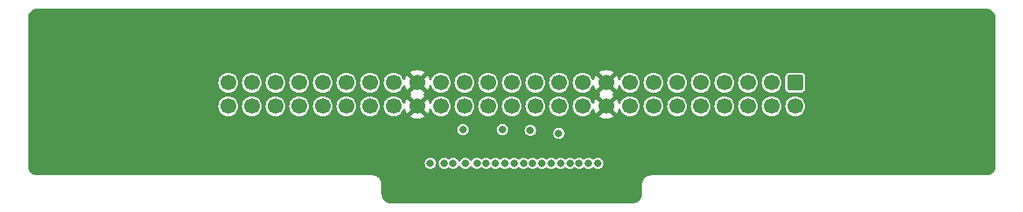
<source format=gbr>
%TF.GenerationSoftware,KiCad,Pcbnew,7.0.7*%
%TF.CreationDate,2023-09-18T17:25:17-04:00*%
%TF.ProjectId,N64 Cart FFC,4e363420-4361-4727-9420-4646432e6b69,rev?*%
%TF.SameCoordinates,Original*%
%TF.FileFunction,Copper,L2,Inr*%
%TF.FilePolarity,Positive*%
%FSLAX46Y46*%
G04 Gerber Fmt 4.6, Leading zero omitted, Abs format (unit mm)*
G04 Created by KiCad (PCBNEW 7.0.7) date 2023-09-18 17:25:17*
%MOMM*%
%LPD*%
G01*
G04 APERTURE LIST*
G04 Aperture macros list*
%AMRoundRect*
0 Rectangle with rounded corners*
0 $1 Rounding radius*
0 $2 $3 $4 $5 $6 $7 $8 $9 X,Y pos of 4 corners*
0 Add a 4 corners polygon primitive as box body*
4,1,4,$2,$3,$4,$5,$6,$7,$8,$9,$2,$3,0*
0 Add four circle primitives for the rounded corners*
1,1,$1+$1,$2,$3*
1,1,$1+$1,$4,$5*
1,1,$1+$1,$6,$7*
1,1,$1+$1,$8,$9*
0 Add four rect primitives between the rounded corners*
20,1,$1+$1,$2,$3,$4,$5,0*
20,1,$1+$1,$4,$5,$6,$7,0*
20,1,$1+$1,$6,$7,$8,$9,0*
20,1,$1+$1,$8,$9,$2,$3,0*%
G04 Aperture macros list end*
%TA.AperFunction,ComponentPad*%
%ADD10RoundRect,0.250000X-0.600000X0.600000X-0.600000X-0.600000X0.600000X-0.600000X0.600000X0.600000X0*%
%TD*%
%TA.AperFunction,ComponentPad*%
%ADD11C,1.700000*%
%TD*%
%TA.AperFunction,ViaPad*%
%ADD12C,0.800000*%
%TD*%
G04 APERTURE END LIST*
D10*
%TO.N,GND*%
%TO.C,J1*%
X192480000Y-72000000D03*
D11*
X192480000Y-74540000D03*
X189940000Y-72000000D03*
X189940000Y-74540000D03*
%TO.N,RCP-58*%
X187400000Y-72000000D03*
%TO.N,RCP-57*%
X187400000Y-74540000D03*
%TO.N,RCP-54*%
X184860000Y-72000000D03*
%TO.N,RCP-53*%
X184860000Y-74540000D03*
%TO.N,RCP-52*%
X182320000Y-72000000D03*
%TO.N,RCP-51*%
X182320000Y-74540000D03*
%TO.N,GND*%
X179780000Y-72000000D03*
X179780000Y-74540000D03*
%TO.N,RCP-50*%
X177240000Y-72000000D03*
%TO.N,RCP-47*%
X177240000Y-74540000D03*
%TO.N,RCP-46*%
X174700000Y-72000000D03*
%TO.N,RCP-45*%
X174700000Y-74540000D03*
%TO.N,3v3*%
X172160000Y-72000000D03*
X172160000Y-74540000D03*
%TO.N,RCP-44*%
X169620000Y-72000000D03*
%TO.N,RCP-41*%
X169620000Y-74540000D03*
%TO.N,RCP-40*%
X167080000Y-72000000D03*
%TO.N,RCP-39*%
X167080000Y-74540000D03*
%TO.N,RCP-38*%
X164540000Y-72000000D03*
%TO.N,RCP-35*%
X164540000Y-74540000D03*
%TO.N,unconnected-(J1-Pin_25-Pad25)*%
X162000000Y-72000000D03*
%TO.N,unconnected-(J1-Pin_26-Pad26)*%
X162000000Y-74540000D03*
%TO.N,unconnected-(J1-Pin_27-Pad27)*%
X159460000Y-72000000D03*
%TO.N,unconnected-(J1-Pin_28-Pad28)*%
X159460000Y-74540000D03*
%TO.N,RCP-34*%
X156920000Y-72000000D03*
%TO.N,RCP-33*%
X156920000Y-74540000D03*
%TO.N,RCP-32*%
X154380000Y-72000000D03*
%TO.N,RCP-31*%
X154380000Y-74540000D03*
%TO.N,3v3*%
X151840000Y-72000000D03*
X151840000Y-74540000D03*
%TO.N,PIF-5*%
X149300000Y-72000000D03*
%TO.N,PIF-3*%
X149300000Y-74540000D03*
%TO.N,PIF-1*%
X146760000Y-72000000D03*
%TO.N,CPU-57*%
X146760000Y-74540000D03*
%TO.N,RCP-26*%
X144220000Y-72000000D03*
%TO.N,PIF-7*%
X144220000Y-74540000D03*
%TO.N,PIF-23*%
X141680000Y-72000000D03*
%TO.N,SYNC*%
X141680000Y-74540000D03*
%TO.N,GND*%
X139140000Y-72000000D03*
X139140000Y-74540000D03*
X136600000Y-72000000D03*
X136600000Y-74540000D03*
%TO.N,unconnected-(J1-Pin_47-Pad47)*%
X134060000Y-72000000D03*
%TO.N,unconnected-(J1-Pin_48-Pad48)*%
X134060000Y-74540000D03*
%TO.N,GND*%
X131520000Y-72000000D03*
X131520000Y-74540000D03*
%TD*%
D12*
%TO.N,GND*%
X167050000Y-77450000D03*
%TO.N,3v3*%
X170750000Y-78450000D03*
%TO.N,GND*%
X170250000Y-80700000D03*
X167250000Y-80700000D03*
X164250000Y-80700000D03*
X161250000Y-80700000D03*
X164000000Y-77150000D03*
X161000000Y-77050000D03*
X156750000Y-77050000D03*
X157000000Y-80700000D03*
%TO.N,3v3*%
X167000000Y-78450000D03*
X164000000Y-78450000D03*
X161000000Y-78450000D03*
%TO.N,RCP-57*%
X171250000Y-80700000D03*
%TO.N,RCP-53*%
X169250000Y-80700000D03*
%TO.N,RCP-51*%
X168250000Y-80700000D03*
%TO.N,RCP-47*%
X166250000Y-80700000D03*
%TO.N,RCP-45*%
X165250000Y-80700000D03*
%TO.N,RCP-41*%
X163250000Y-80700000D03*
%TO.N,3v3*%
X156750000Y-78450000D03*
%TO.N,RCP-39*%
X162250000Y-80700000D03*
%TO.N,RCP-35*%
X160250000Y-80700000D03*
%TO.N,RCP-33*%
X159250000Y-80700000D03*
%TO.N,RCP-31*%
X158250000Y-80700000D03*
%TO.N,RCP-26*%
X155700000Y-80700000D03*
%TO.N,PIF-3*%
X154750000Y-80700000D03*
%TO.N,PIF-23*%
X153250000Y-80700000D03*
%TD*%
%TA.AperFunction,Conductor*%
%TO.N,3v3*%
G36*
X213002695Y-64000735D02*
G01*
X213045519Y-64004482D01*
X213171771Y-64016918D01*
X213191685Y-64020541D01*
X213258349Y-64038403D01*
X213351570Y-64066682D01*
X213367971Y-64072958D01*
X213435411Y-64104406D01*
X213438375Y-64105888D01*
X213475969Y-64125982D01*
X213522327Y-64150762D01*
X213528667Y-64154657D01*
X213594828Y-64200983D01*
X213598600Y-64203844D01*
X213670808Y-64263103D01*
X213675309Y-64267182D01*
X213732815Y-64324688D01*
X213736895Y-64329190D01*
X213796154Y-64401398D01*
X213799015Y-64405170D01*
X213845341Y-64471331D01*
X213849236Y-64477671D01*
X213894101Y-64561605D01*
X213895614Y-64564631D01*
X213927040Y-64632027D01*
X213933319Y-64648435D01*
X213961601Y-64741669D01*
X213979454Y-64808299D01*
X213983082Y-64828238D01*
X213995523Y-64954554D01*
X213999264Y-64997302D01*
X213999500Y-65002710D01*
X213999500Y-80997289D01*
X213999264Y-81002697D01*
X213995523Y-81045445D01*
X213983082Y-81171760D01*
X213979454Y-81191699D01*
X213961601Y-81258330D01*
X213933318Y-81351563D01*
X213927040Y-81367971D01*
X213895614Y-81435367D01*
X213894101Y-81438393D01*
X213849236Y-81522327D01*
X213845341Y-81528667D01*
X213799015Y-81594828D01*
X213796154Y-81598600D01*
X213736895Y-81670808D01*
X213732806Y-81675320D01*
X213675320Y-81732806D01*
X213670808Y-81736895D01*
X213598600Y-81796154D01*
X213594828Y-81799015D01*
X213528667Y-81845341D01*
X213522327Y-81849236D01*
X213438393Y-81894101D01*
X213435367Y-81895614D01*
X213367971Y-81927040D01*
X213351563Y-81933318D01*
X213258330Y-81961601D01*
X213191699Y-81979454D01*
X213171760Y-81983082D01*
X213045445Y-81995523D01*
X213004789Y-81999080D01*
X213002696Y-81999264D01*
X212997290Y-81999500D01*
X177067096Y-81999500D01*
X177051519Y-81994926D01*
X177008111Y-81999201D01*
X177002031Y-81999500D01*
X176912463Y-81999500D01*
X176849352Y-82010628D01*
X176837550Y-82009311D01*
X176814368Y-82016344D01*
X176807131Y-82018073D01*
X176740062Y-82029898D01*
X176662407Y-82058163D01*
X176649355Y-82058992D01*
X176634133Y-82067129D01*
X176618092Y-82074292D01*
X176575558Y-82089773D01*
X176575550Y-82089777D01*
X176491024Y-82138579D01*
X176476686Y-82142057D01*
X176464818Y-82151797D01*
X176448158Y-82163327D01*
X176423949Y-82177304D01*
X176419509Y-82180414D01*
X176419246Y-82180039D01*
X176405444Y-82189368D01*
X176401918Y-82191252D01*
X176385339Y-82209700D01*
X176338606Y-82248914D01*
X176323590Y-82255485D01*
X176315017Y-82265932D01*
X176298874Y-82282253D01*
X176289836Y-82289836D01*
X176282253Y-82298874D01*
X176265932Y-82315017D01*
X176260904Y-82319143D01*
X176248914Y-82338606D01*
X176209700Y-82385339D01*
X176194824Y-82395235D01*
X176189368Y-82405444D01*
X176180039Y-82419246D01*
X176180414Y-82419509D01*
X176177304Y-82423949D01*
X176163327Y-82448158D01*
X176151797Y-82464818D01*
X176146096Y-82471763D01*
X176138579Y-82491024D01*
X176089777Y-82575550D01*
X176089773Y-82575558D01*
X176074292Y-82618092D01*
X176067129Y-82634133D01*
X176061678Y-82644329D01*
X176058163Y-82662407D01*
X176029898Y-82740062D01*
X176018073Y-82807131D01*
X176016344Y-82814368D01*
X176010831Y-82832541D01*
X176010628Y-82849352D01*
X175999500Y-82912463D01*
X175999500Y-83002030D01*
X175999201Y-83008110D01*
X175995637Y-83044297D01*
X175999500Y-83067096D01*
X175999500Y-83997289D01*
X175999264Y-84002697D01*
X175995523Y-84045445D01*
X175983082Y-84171760D01*
X175979454Y-84191699D01*
X175961601Y-84258330D01*
X175933318Y-84351563D01*
X175927040Y-84367971D01*
X175895614Y-84435367D01*
X175894101Y-84438393D01*
X175849236Y-84522327D01*
X175845341Y-84528667D01*
X175799015Y-84594828D01*
X175796154Y-84598600D01*
X175736895Y-84670808D01*
X175732806Y-84675320D01*
X175675320Y-84732806D01*
X175670808Y-84736895D01*
X175598600Y-84796154D01*
X175594828Y-84799015D01*
X175528667Y-84845341D01*
X175522327Y-84849236D01*
X175438393Y-84894101D01*
X175435367Y-84895614D01*
X175367971Y-84927040D01*
X175351563Y-84933318D01*
X175258330Y-84961601D01*
X175191699Y-84979454D01*
X175171760Y-84983082D01*
X175045445Y-84995523D01*
X175004789Y-84999080D01*
X175002696Y-84999264D01*
X174997290Y-84999500D01*
X149002710Y-84999500D01*
X148997303Y-84999264D01*
X148995015Y-84999063D01*
X148954554Y-84995523D01*
X148828238Y-84983082D01*
X148808299Y-84979454D01*
X148741669Y-84961601D01*
X148648435Y-84933319D01*
X148632027Y-84927040D01*
X148583433Y-84904381D01*
X148564618Y-84895607D01*
X148561605Y-84894101D01*
X148477671Y-84849236D01*
X148471331Y-84845341D01*
X148405170Y-84799015D01*
X148401398Y-84796154D01*
X148329190Y-84736895D01*
X148324688Y-84732815D01*
X148267182Y-84675309D01*
X148263103Y-84670808D01*
X148203844Y-84598600D01*
X148200983Y-84594828D01*
X148154657Y-84528667D01*
X148150762Y-84522327D01*
X148125982Y-84475969D01*
X148105888Y-84438375D01*
X148104406Y-84435411D01*
X148072958Y-84367971D01*
X148066682Y-84351570D01*
X148038398Y-84258330D01*
X148020541Y-84191685D01*
X148016918Y-84171771D01*
X148004482Y-84045519D01*
X148000735Y-84002695D01*
X148000500Y-83997293D01*
X148000500Y-83067095D01*
X148005073Y-83051520D01*
X148000799Y-83008120D01*
X148000500Y-83002040D01*
X148000500Y-82912472D01*
X148000500Y-82912468D01*
X147989371Y-82849352D01*
X147990687Y-82837552D01*
X147983657Y-82814379D01*
X147981928Y-82807140D01*
X147981926Y-82807131D01*
X147970101Y-82740062D01*
X147941836Y-82662407D01*
X147941007Y-82649359D01*
X147932874Y-82634143D01*
X147925709Y-82618098D01*
X147925707Y-82618092D01*
X147910225Y-82575555D01*
X147910222Y-82575550D01*
X147910221Y-82575547D01*
X147861421Y-82491025D01*
X147857942Y-82476688D01*
X147848206Y-82464824D01*
X147836675Y-82448163D01*
X147822692Y-82423945D01*
X147819586Y-82419509D01*
X147819961Y-82419245D01*
X147810627Y-82405438D01*
X147808745Y-82401918D01*
X147790297Y-82385337D01*
X147751085Y-82338606D01*
X147744513Y-82323590D01*
X147734070Y-82315020D01*
X147717744Y-82298872D01*
X147710163Y-82289837D01*
X147701125Y-82282253D01*
X147684977Y-82265928D01*
X147680853Y-82260903D01*
X147661393Y-82248914D01*
X147614661Y-82209702D01*
X147604762Y-82194824D01*
X147594560Y-82189371D01*
X147580754Y-82180038D01*
X147580491Y-82180414D01*
X147576057Y-82177310D01*
X147576055Y-82177308D01*
X147564174Y-82170448D01*
X147551838Y-82163326D01*
X147535173Y-82151792D01*
X147528232Y-82146096D01*
X147508974Y-82138578D01*
X147424449Y-82089777D01*
X147424448Y-82089776D01*
X147416230Y-82086785D01*
X147381900Y-82074289D01*
X147365862Y-82067128D01*
X147355669Y-82061679D01*
X147337592Y-82058162D01*
X147259940Y-82029899D01*
X147192866Y-82018072D01*
X147185629Y-82016343D01*
X147167463Y-82010832D01*
X147150646Y-82010628D01*
X147087536Y-81999500D01*
X147087532Y-81999500D01*
X147000099Y-81999500D01*
X146997968Y-81999500D01*
X146991888Y-81999201D01*
X146955701Y-81995637D01*
X146932903Y-81999500D01*
X111002710Y-81999500D01*
X110997303Y-81999264D01*
X110995015Y-81999063D01*
X110954554Y-81995523D01*
X110828238Y-81983082D01*
X110808299Y-81979454D01*
X110741669Y-81961601D01*
X110648435Y-81933319D01*
X110632027Y-81927040D01*
X110583433Y-81904381D01*
X110564618Y-81895607D01*
X110561605Y-81894101D01*
X110477671Y-81849236D01*
X110471331Y-81845341D01*
X110405170Y-81799015D01*
X110401398Y-81796154D01*
X110329190Y-81736895D01*
X110324688Y-81732815D01*
X110267182Y-81675309D01*
X110263103Y-81670808D01*
X110203844Y-81598600D01*
X110200983Y-81594828D01*
X110154657Y-81528667D01*
X110150762Y-81522327D01*
X110125982Y-81475969D01*
X110105888Y-81438375D01*
X110104406Y-81435411D01*
X110072958Y-81367971D01*
X110066682Y-81351570D01*
X110038398Y-81258330D01*
X110020541Y-81191685D01*
X110016918Y-81171771D01*
X110004475Y-81045435D01*
X110003546Y-81034817D01*
X110000733Y-81002671D01*
X110000500Y-80997315D01*
X110000500Y-80700001D01*
X152644318Y-80700001D01*
X152664955Y-80856760D01*
X152664956Y-80856762D01*
X152682886Y-80900050D01*
X152725464Y-81002841D01*
X152821718Y-81128282D01*
X152947159Y-81224536D01*
X153093238Y-81285044D01*
X153171618Y-81295363D01*
X153249999Y-81305682D01*
X153250000Y-81305682D01*
X153250001Y-81305682D01*
X153302254Y-81298802D01*
X153406762Y-81285044D01*
X153552841Y-81224536D01*
X153678282Y-81128282D01*
X153774536Y-81002841D01*
X153835044Y-80856762D01*
X153855682Y-80700001D01*
X154144318Y-80700001D01*
X154164955Y-80856760D01*
X154164956Y-80856762D01*
X154182886Y-80900050D01*
X154225464Y-81002841D01*
X154321718Y-81128282D01*
X154447159Y-81224536D01*
X154593238Y-81285044D01*
X154671619Y-81295363D01*
X154749999Y-81305682D01*
X154750000Y-81305682D01*
X154750001Y-81305682D01*
X154802253Y-81298802D01*
X154906762Y-81285044D01*
X155052841Y-81224536D01*
X155149516Y-81150354D01*
X155214682Y-81125162D01*
X155283127Y-81139200D01*
X155300477Y-81150349D01*
X155397159Y-81224536D01*
X155543238Y-81285044D01*
X155621619Y-81295363D01*
X155699999Y-81305682D01*
X155700000Y-81305682D01*
X155700001Y-81305682D01*
X155752254Y-81298802D01*
X155856762Y-81285044D01*
X156002841Y-81224536D01*
X156128282Y-81128282D01*
X156224536Y-81002841D01*
X156235438Y-80976519D01*
X156279279Y-80922115D01*
X156345573Y-80900050D01*
X156413273Y-80917329D01*
X156460884Y-80968466D01*
X156464561Y-80976519D01*
X156475462Y-81002838D01*
X156475463Y-81002839D01*
X156475464Y-81002841D01*
X156571718Y-81128282D01*
X156697159Y-81224536D01*
X156843238Y-81285044D01*
X156921619Y-81295363D01*
X156999999Y-81305682D01*
X157000000Y-81305682D01*
X157000001Y-81305682D01*
X157052253Y-81298802D01*
X157156762Y-81285044D01*
X157302841Y-81224536D01*
X157428282Y-81128282D01*
X157524536Y-81002841D01*
X157524535Y-81002841D01*
X157526624Y-81000120D01*
X157583052Y-80958917D01*
X157652798Y-80954762D01*
X157713718Y-80988974D01*
X157723376Y-81000120D01*
X157819323Y-81125162D01*
X157821718Y-81128282D01*
X157947159Y-81224536D01*
X158093238Y-81285044D01*
X158171618Y-81295363D01*
X158249999Y-81305682D01*
X158250000Y-81305682D01*
X158250001Y-81305682D01*
X158302253Y-81298802D01*
X158406762Y-81285044D01*
X158552841Y-81224536D01*
X158674514Y-81131173D01*
X158739681Y-81105979D01*
X158808126Y-81120017D01*
X158825485Y-81131173D01*
X158947157Y-81224535D01*
X158947158Y-81224535D01*
X158947159Y-81224536D01*
X159093238Y-81285044D01*
X159171618Y-81295363D01*
X159249999Y-81305682D01*
X159250000Y-81305682D01*
X159250001Y-81305682D01*
X159302254Y-81298802D01*
X159406762Y-81285044D01*
X159552841Y-81224536D01*
X159674515Y-81131171D01*
X159739683Y-81105979D01*
X159808127Y-81120017D01*
X159825478Y-81131167D01*
X159947159Y-81224536D01*
X160093238Y-81285044D01*
X160171618Y-81295363D01*
X160249999Y-81305682D01*
X160250000Y-81305682D01*
X160250001Y-81305682D01*
X160302253Y-81298802D01*
X160406762Y-81285044D01*
X160552841Y-81224536D01*
X160674515Y-81131171D01*
X160739683Y-81105979D01*
X160808127Y-81120017D01*
X160825478Y-81131167D01*
X160947159Y-81224536D01*
X161093238Y-81285044D01*
X161171618Y-81295363D01*
X161249999Y-81305682D01*
X161250000Y-81305682D01*
X161250001Y-81305682D01*
X161302254Y-81298802D01*
X161406762Y-81285044D01*
X161552841Y-81224536D01*
X161674515Y-81131171D01*
X161739683Y-81105979D01*
X161808127Y-81120017D01*
X161825478Y-81131167D01*
X161947159Y-81224536D01*
X162093238Y-81285044D01*
X162171618Y-81295363D01*
X162249999Y-81305682D01*
X162250000Y-81305682D01*
X162250001Y-81305682D01*
X162302253Y-81298802D01*
X162406762Y-81285044D01*
X162552841Y-81224536D01*
X162674515Y-81131171D01*
X162739683Y-81105979D01*
X162808127Y-81120017D01*
X162825478Y-81131167D01*
X162947159Y-81224536D01*
X163093238Y-81285044D01*
X163171618Y-81295363D01*
X163249999Y-81305682D01*
X163250000Y-81305682D01*
X163250001Y-81305682D01*
X163302254Y-81298802D01*
X163406762Y-81285044D01*
X163552841Y-81224536D01*
X163674515Y-81131171D01*
X163739683Y-81105979D01*
X163808127Y-81120017D01*
X163825478Y-81131167D01*
X163947159Y-81224536D01*
X164093238Y-81285044D01*
X164171618Y-81295363D01*
X164249999Y-81305682D01*
X164250000Y-81305682D01*
X164250001Y-81305682D01*
X164302253Y-81298802D01*
X164406762Y-81285044D01*
X164552841Y-81224536D01*
X164674515Y-81131171D01*
X164739683Y-81105979D01*
X164808127Y-81120017D01*
X164825478Y-81131167D01*
X164947159Y-81224536D01*
X165093238Y-81285044D01*
X165171618Y-81295363D01*
X165249999Y-81305682D01*
X165250000Y-81305682D01*
X165250001Y-81305682D01*
X165302254Y-81298802D01*
X165406762Y-81285044D01*
X165552841Y-81224536D01*
X165674515Y-81131171D01*
X165739683Y-81105979D01*
X165808127Y-81120017D01*
X165825478Y-81131167D01*
X165947159Y-81224536D01*
X166093238Y-81285044D01*
X166171618Y-81295363D01*
X166249999Y-81305682D01*
X166250000Y-81305682D01*
X166250001Y-81305682D01*
X166302253Y-81298802D01*
X166406762Y-81285044D01*
X166552841Y-81224536D01*
X166674514Y-81131173D01*
X166739681Y-81105979D01*
X166808126Y-81120017D01*
X166825485Y-81131173D01*
X166947157Y-81224535D01*
X166947158Y-81224535D01*
X166947159Y-81224536D01*
X167093238Y-81285044D01*
X167171618Y-81295363D01*
X167249999Y-81305682D01*
X167250000Y-81305682D01*
X167250001Y-81305682D01*
X167302254Y-81298802D01*
X167406762Y-81285044D01*
X167552841Y-81224536D01*
X167674515Y-81131171D01*
X167739683Y-81105979D01*
X167808127Y-81120017D01*
X167825478Y-81131167D01*
X167947159Y-81224536D01*
X168093238Y-81285044D01*
X168171618Y-81295363D01*
X168249999Y-81305682D01*
X168250000Y-81305682D01*
X168250001Y-81305682D01*
X168302253Y-81298802D01*
X168406762Y-81285044D01*
X168552841Y-81224536D01*
X168674515Y-81131171D01*
X168739683Y-81105979D01*
X168808127Y-81120017D01*
X168825478Y-81131167D01*
X168947159Y-81224536D01*
X169093238Y-81285044D01*
X169171618Y-81295363D01*
X169249999Y-81305682D01*
X169250000Y-81305682D01*
X169250001Y-81305682D01*
X169302254Y-81298802D01*
X169406762Y-81285044D01*
X169552841Y-81224536D01*
X169674515Y-81131171D01*
X169739683Y-81105979D01*
X169808127Y-81120017D01*
X169825478Y-81131167D01*
X169947159Y-81224536D01*
X170093238Y-81285044D01*
X170171618Y-81295363D01*
X170249999Y-81305682D01*
X170250000Y-81305682D01*
X170250001Y-81305682D01*
X170302253Y-81298802D01*
X170406762Y-81285044D01*
X170552841Y-81224536D01*
X170674515Y-81131171D01*
X170739683Y-81105979D01*
X170808127Y-81120017D01*
X170825478Y-81131167D01*
X170947159Y-81224536D01*
X171093238Y-81285044D01*
X171171618Y-81295363D01*
X171249999Y-81305682D01*
X171250000Y-81305682D01*
X171250001Y-81305682D01*
X171302254Y-81298802D01*
X171406762Y-81285044D01*
X171552841Y-81224536D01*
X171678282Y-81128282D01*
X171774536Y-81002841D01*
X171835044Y-80856762D01*
X171855682Y-80700000D01*
X171835044Y-80543238D01*
X171774536Y-80397159D01*
X171678282Y-80271718D01*
X171552841Y-80175464D01*
X171406762Y-80114956D01*
X171406760Y-80114955D01*
X171250001Y-80094318D01*
X171249999Y-80094318D01*
X171093239Y-80114955D01*
X171093237Y-80114956D01*
X170947157Y-80175464D01*
X170825485Y-80268826D01*
X170760315Y-80294020D01*
X170691871Y-80279981D01*
X170674513Y-80268826D01*
X170552842Y-80175464D01*
X170406762Y-80114956D01*
X170406760Y-80114955D01*
X170250001Y-80094318D01*
X170249999Y-80094318D01*
X170093239Y-80114955D01*
X170093237Y-80114956D01*
X169947157Y-80175464D01*
X169825486Y-80268826D01*
X169760317Y-80294020D01*
X169691872Y-80279981D01*
X169674514Y-80268826D01*
X169552842Y-80175464D01*
X169406762Y-80114956D01*
X169406760Y-80114955D01*
X169250001Y-80094318D01*
X169249999Y-80094318D01*
X169093239Y-80114955D01*
X169093237Y-80114956D01*
X168947157Y-80175464D01*
X168825486Y-80268826D01*
X168760317Y-80294020D01*
X168691872Y-80279981D01*
X168674514Y-80268826D01*
X168552842Y-80175464D01*
X168406762Y-80114956D01*
X168406760Y-80114955D01*
X168250001Y-80094318D01*
X168249999Y-80094318D01*
X168093239Y-80114955D01*
X168093237Y-80114956D01*
X167947157Y-80175464D01*
X167825486Y-80268826D01*
X167760317Y-80294020D01*
X167691872Y-80279981D01*
X167674514Y-80268826D01*
X167552842Y-80175464D01*
X167406762Y-80114956D01*
X167406760Y-80114955D01*
X167250001Y-80094318D01*
X167249999Y-80094318D01*
X167093239Y-80114955D01*
X167093237Y-80114956D01*
X166947157Y-80175464D01*
X166825485Y-80268826D01*
X166760315Y-80294020D01*
X166691871Y-80279981D01*
X166674513Y-80268826D01*
X166552842Y-80175464D01*
X166406762Y-80114956D01*
X166406760Y-80114955D01*
X166250001Y-80094318D01*
X166249999Y-80094318D01*
X166093239Y-80114955D01*
X166093237Y-80114956D01*
X165947157Y-80175464D01*
X165825486Y-80268826D01*
X165760317Y-80294020D01*
X165691872Y-80279981D01*
X165674514Y-80268826D01*
X165552842Y-80175464D01*
X165406762Y-80114956D01*
X165406760Y-80114955D01*
X165250001Y-80094318D01*
X165249999Y-80094318D01*
X165093239Y-80114955D01*
X165093237Y-80114956D01*
X164947157Y-80175464D01*
X164825486Y-80268826D01*
X164760317Y-80294020D01*
X164691872Y-80279981D01*
X164674514Y-80268826D01*
X164552842Y-80175464D01*
X164406762Y-80114956D01*
X164406760Y-80114955D01*
X164250001Y-80094318D01*
X164249999Y-80094318D01*
X164093239Y-80114955D01*
X164093237Y-80114956D01*
X163947157Y-80175464D01*
X163825486Y-80268826D01*
X163760317Y-80294020D01*
X163691872Y-80279981D01*
X163674514Y-80268826D01*
X163552842Y-80175464D01*
X163406762Y-80114956D01*
X163406760Y-80114955D01*
X163250001Y-80094318D01*
X163249999Y-80094318D01*
X163093239Y-80114955D01*
X163093237Y-80114956D01*
X162947157Y-80175464D01*
X162825485Y-80268826D01*
X162760315Y-80294020D01*
X162691871Y-80279981D01*
X162674513Y-80268826D01*
X162552842Y-80175464D01*
X162406762Y-80114956D01*
X162406760Y-80114955D01*
X162250001Y-80094318D01*
X162249999Y-80094318D01*
X162093239Y-80114955D01*
X162093237Y-80114956D01*
X161947157Y-80175464D01*
X161825486Y-80268826D01*
X161760317Y-80294020D01*
X161691872Y-80279981D01*
X161674514Y-80268826D01*
X161552842Y-80175464D01*
X161406762Y-80114956D01*
X161406760Y-80114955D01*
X161250001Y-80094318D01*
X161249999Y-80094318D01*
X161093239Y-80114955D01*
X161093237Y-80114956D01*
X160947157Y-80175464D01*
X160825486Y-80268826D01*
X160760317Y-80294020D01*
X160691872Y-80279981D01*
X160674514Y-80268826D01*
X160552842Y-80175464D01*
X160406762Y-80114956D01*
X160406760Y-80114955D01*
X160250001Y-80094318D01*
X160249999Y-80094318D01*
X160093239Y-80114955D01*
X160093237Y-80114956D01*
X159947157Y-80175464D01*
X159825486Y-80268826D01*
X159760317Y-80294020D01*
X159691872Y-80279981D01*
X159674514Y-80268826D01*
X159552842Y-80175464D01*
X159406762Y-80114956D01*
X159406760Y-80114955D01*
X159250001Y-80094318D01*
X159249999Y-80094318D01*
X159093239Y-80114955D01*
X159093237Y-80114956D01*
X158947157Y-80175464D01*
X158825485Y-80268826D01*
X158760315Y-80294020D01*
X158691871Y-80279981D01*
X158674513Y-80268826D01*
X158552842Y-80175464D01*
X158406762Y-80114956D01*
X158406760Y-80114955D01*
X158250001Y-80094318D01*
X158249999Y-80094318D01*
X158093239Y-80114955D01*
X158093237Y-80114956D01*
X157947160Y-80175463D01*
X157821715Y-80271720D01*
X157723374Y-80399880D01*
X157666946Y-80441083D01*
X157597200Y-80445237D01*
X157536280Y-80411024D01*
X157526623Y-80399879D01*
X157428283Y-80271719D01*
X157424513Y-80268826D01*
X157302841Y-80175464D01*
X157156762Y-80114956D01*
X157156760Y-80114955D01*
X157000001Y-80094318D01*
X156999999Y-80094318D01*
X156843239Y-80114955D01*
X156843237Y-80114956D01*
X156697160Y-80175463D01*
X156571718Y-80271718D01*
X156475463Y-80397160D01*
X156464561Y-80423481D01*
X156420720Y-80477884D01*
X156354425Y-80499949D01*
X156286726Y-80482670D01*
X156239116Y-80431532D01*
X156235439Y-80423481D01*
X156225663Y-80399880D01*
X156224536Y-80397159D01*
X156128282Y-80271718D01*
X156002841Y-80175464D01*
X155856762Y-80114956D01*
X155856760Y-80114955D01*
X155700001Y-80094318D01*
X155699999Y-80094318D01*
X155543239Y-80114955D01*
X155543237Y-80114956D01*
X155397157Y-80175464D01*
X155300486Y-80249643D01*
X155235317Y-80274837D01*
X155166872Y-80260798D01*
X155149514Y-80249643D01*
X155052842Y-80175464D01*
X154906762Y-80114956D01*
X154906760Y-80114955D01*
X154750001Y-80094318D01*
X154749999Y-80094318D01*
X154593239Y-80114955D01*
X154593237Y-80114956D01*
X154447160Y-80175463D01*
X154321718Y-80271718D01*
X154225463Y-80397160D01*
X154164956Y-80543237D01*
X154164955Y-80543239D01*
X154144318Y-80699998D01*
X154144318Y-80700001D01*
X153855682Y-80700001D01*
X153855682Y-80700000D01*
X153835044Y-80543238D01*
X153774536Y-80397159D01*
X153678282Y-80271718D01*
X153552841Y-80175464D01*
X153406762Y-80114956D01*
X153406760Y-80114955D01*
X153250001Y-80094318D01*
X153249999Y-80094318D01*
X153093239Y-80114955D01*
X153093237Y-80114956D01*
X152947160Y-80175463D01*
X152821718Y-80271718D01*
X152725463Y-80397160D01*
X152664956Y-80543237D01*
X152664955Y-80543239D01*
X152644318Y-80699998D01*
X152644318Y-80700001D01*
X110000500Y-80700001D01*
X110000500Y-77050001D01*
X156144318Y-77050001D01*
X156164955Y-77206760D01*
X156164956Y-77206762D01*
X156206376Y-77306760D01*
X156225464Y-77352841D01*
X156321718Y-77478282D01*
X156447159Y-77574536D01*
X156593238Y-77635044D01*
X156671619Y-77645363D01*
X156749999Y-77655682D01*
X156750000Y-77655682D01*
X156750001Y-77655682D01*
X156802254Y-77648802D01*
X156906762Y-77635044D01*
X157052841Y-77574536D01*
X157178282Y-77478282D01*
X157274536Y-77352841D01*
X157335044Y-77206762D01*
X157355682Y-77050001D01*
X160394318Y-77050001D01*
X160414955Y-77206760D01*
X160414956Y-77206762D01*
X160456376Y-77306760D01*
X160475464Y-77352841D01*
X160571718Y-77478282D01*
X160697159Y-77574536D01*
X160843238Y-77635044D01*
X160921619Y-77645363D01*
X160999999Y-77655682D01*
X161000000Y-77655682D01*
X161000001Y-77655682D01*
X161052253Y-77648802D01*
X161156762Y-77635044D01*
X161302841Y-77574536D01*
X161428282Y-77478282D01*
X161524536Y-77352841D01*
X161585044Y-77206762D01*
X161592517Y-77150001D01*
X163394318Y-77150001D01*
X163414955Y-77306760D01*
X163414956Y-77306762D01*
X163474287Y-77450001D01*
X163475464Y-77452841D01*
X163571718Y-77578282D01*
X163697159Y-77674536D01*
X163843238Y-77735044D01*
X163921619Y-77745363D01*
X163999999Y-77755682D01*
X164000000Y-77755682D01*
X164000001Y-77755682D01*
X164052254Y-77748802D01*
X164156762Y-77735044D01*
X164302841Y-77674536D01*
X164428282Y-77578282D01*
X164524536Y-77452841D01*
X164525712Y-77450001D01*
X166444318Y-77450001D01*
X166464955Y-77606760D01*
X166464956Y-77606762D01*
X166525464Y-77752841D01*
X166621718Y-77878282D01*
X166747159Y-77974536D01*
X166893238Y-78035044D01*
X166971618Y-78045363D01*
X167049999Y-78055682D01*
X167050000Y-78055682D01*
X167050001Y-78055682D01*
X167102254Y-78048802D01*
X167206762Y-78035044D01*
X167352841Y-77974536D01*
X167478282Y-77878282D01*
X167574536Y-77752841D01*
X167635044Y-77606762D01*
X167655682Y-77450000D01*
X167635044Y-77293238D01*
X167574536Y-77147159D01*
X167478282Y-77021718D01*
X167352841Y-76925464D01*
X167206762Y-76864956D01*
X167206760Y-76864955D01*
X167050001Y-76844318D01*
X167049999Y-76844318D01*
X166893239Y-76864955D01*
X166893237Y-76864956D01*
X166747160Y-76925463D01*
X166621718Y-77021718D01*
X166525463Y-77147160D01*
X166464956Y-77293237D01*
X166464955Y-77293239D01*
X166444318Y-77449998D01*
X166444318Y-77450001D01*
X164525712Y-77450001D01*
X164585044Y-77306762D01*
X164605682Y-77150000D01*
X164585044Y-76993238D01*
X164524536Y-76847159D01*
X164428282Y-76721718D01*
X164302841Y-76625464D01*
X164293797Y-76621718D01*
X164156762Y-76564956D01*
X164156760Y-76564955D01*
X164000001Y-76544318D01*
X163999999Y-76544318D01*
X163843239Y-76564955D01*
X163843237Y-76564956D01*
X163697160Y-76625463D01*
X163571718Y-76721718D01*
X163475463Y-76847160D01*
X163414956Y-76993237D01*
X163414955Y-76993239D01*
X163394318Y-77149998D01*
X163394318Y-77150001D01*
X161592517Y-77150001D01*
X161605682Y-77050000D01*
X161585044Y-76893238D01*
X161524536Y-76747159D01*
X161428282Y-76621718D01*
X161302841Y-76525464D01*
X161156762Y-76464956D01*
X161156760Y-76464955D01*
X161000001Y-76444318D01*
X160999999Y-76444318D01*
X160843239Y-76464955D01*
X160843237Y-76464956D01*
X160697160Y-76525463D01*
X160571718Y-76621718D01*
X160475463Y-76747160D01*
X160414956Y-76893237D01*
X160414955Y-76893239D01*
X160394318Y-77049998D01*
X160394318Y-77050001D01*
X157355682Y-77050001D01*
X157355682Y-77050000D01*
X157335044Y-76893238D01*
X157274536Y-76747159D01*
X157178282Y-76621718D01*
X157052841Y-76525464D01*
X156906762Y-76464956D01*
X156906760Y-76464955D01*
X156750001Y-76444318D01*
X156749999Y-76444318D01*
X156593239Y-76464955D01*
X156593237Y-76464956D01*
X156447160Y-76525463D01*
X156321718Y-76621718D01*
X156225463Y-76747160D01*
X156164956Y-76893237D01*
X156164955Y-76893239D01*
X156144318Y-77049998D01*
X156144318Y-77050001D01*
X110000500Y-77050001D01*
X110000500Y-74539999D01*
X130464417Y-74539999D01*
X130484699Y-74745932D01*
X130499704Y-74795396D01*
X130544768Y-74943954D01*
X130642315Y-75126450D01*
X130642317Y-75126452D01*
X130773589Y-75286410D01*
X130870209Y-75365702D01*
X130933550Y-75417685D01*
X131116046Y-75515232D01*
X131314066Y-75575300D01*
X131314065Y-75575300D01*
X131332529Y-75577118D01*
X131520000Y-75595583D01*
X131725934Y-75575300D01*
X131923954Y-75515232D01*
X132106450Y-75417685D01*
X132266410Y-75286410D01*
X132397685Y-75126450D01*
X132495232Y-74943954D01*
X132555300Y-74745934D01*
X132575583Y-74540000D01*
X133004417Y-74540000D01*
X133024699Y-74745932D01*
X133039704Y-74795396D01*
X133084768Y-74943954D01*
X133182315Y-75126450D01*
X133182317Y-75126452D01*
X133313589Y-75286410D01*
X133410209Y-75365702D01*
X133473550Y-75417685D01*
X133656046Y-75515232D01*
X133854066Y-75575300D01*
X133854065Y-75575300D01*
X133872529Y-75577118D01*
X134060000Y-75595583D01*
X134265934Y-75575300D01*
X134463954Y-75515232D01*
X134646450Y-75417685D01*
X134806410Y-75286410D01*
X134937685Y-75126450D01*
X135035232Y-74943954D01*
X135095300Y-74745934D01*
X135115583Y-74540000D01*
X135544417Y-74540000D01*
X135564699Y-74745932D01*
X135579704Y-74795396D01*
X135624768Y-74943954D01*
X135722315Y-75126450D01*
X135722317Y-75126452D01*
X135853589Y-75286410D01*
X135950209Y-75365702D01*
X136013550Y-75417685D01*
X136196046Y-75515232D01*
X136394066Y-75575300D01*
X136394065Y-75575300D01*
X136412529Y-75577118D01*
X136600000Y-75595583D01*
X136805934Y-75575300D01*
X137003954Y-75515232D01*
X137186450Y-75417685D01*
X137346410Y-75286410D01*
X137477685Y-75126450D01*
X137575232Y-74943954D01*
X137635300Y-74745934D01*
X137655583Y-74540000D01*
X137655583Y-74539999D01*
X138084417Y-74539999D01*
X138104699Y-74745932D01*
X138119704Y-74795396D01*
X138164768Y-74943954D01*
X138262315Y-75126450D01*
X138262317Y-75126452D01*
X138393589Y-75286410D01*
X138490209Y-75365702D01*
X138553550Y-75417685D01*
X138736046Y-75515232D01*
X138934066Y-75575300D01*
X138934065Y-75575300D01*
X138954347Y-75577297D01*
X139140000Y-75595583D01*
X139345934Y-75575300D01*
X139543954Y-75515232D01*
X139726450Y-75417685D01*
X139886410Y-75286410D01*
X140017685Y-75126450D01*
X140115232Y-74943954D01*
X140175300Y-74745934D01*
X140195583Y-74540000D01*
X140624417Y-74540000D01*
X140644699Y-74745932D01*
X140659704Y-74795396D01*
X140704768Y-74943954D01*
X140802315Y-75126450D01*
X140802317Y-75126452D01*
X140933589Y-75286410D01*
X141030209Y-75365702D01*
X141093550Y-75417685D01*
X141276046Y-75515232D01*
X141474066Y-75575300D01*
X141474065Y-75575300D01*
X141492529Y-75577118D01*
X141680000Y-75595583D01*
X141885934Y-75575300D01*
X142083954Y-75515232D01*
X142266450Y-75417685D01*
X142426410Y-75286410D01*
X142557685Y-75126450D01*
X142655232Y-74943954D01*
X142715300Y-74745934D01*
X142735583Y-74540000D01*
X143164417Y-74540000D01*
X143184699Y-74745932D01*
X143199704Y-74795396D01*
X143244768Y-74943954D01*
X143342315Y-75126450D01*
X143342317Y-75126452D01*
X143473589Y-75286410D01*
X143570209Y-75365702D01*
X143633550Y-75417685D01*
X143816046Y-75515232D01*
X144014066Y-75575300D01*
X144014065Y-75575300D01*
X144034347Y-75577297D01*
X144220000Y-75595583D01*
X144425934Y-75575300D01*
X144623954Y-75515232D01*
X144806450Y-75417685D01*
X144966410Y-75286410D01*
X145097685Y-75126450D01*
X145195232Y-74943954D01*
X145255300Y-74745934D01*
X145275583Y-74540000D01*
X145275583Y-74539999D01*
X145704417Y-74539999D01*
X145724699Y-74745932D01*
X145739704Y-74795396D01*
X145784768Y-74943954D01*
X145882315Y-75126450D01*
X145882317Y-75126452D01*
X146013589Y-75286410D01*
X146110209Y-75365702D01*
X146173550Y-75417685D01*
X146356046Y-75515232D01*
X146554066Y-75575300D01*
X146554065Y-75575300D01*
X146572529Y-75577118D01*
X146760000Y-75595583D01*
X146965934Y-75575300D01*
X147163954Y-75515232D01*
X147346450Y-75417685D01*
X147506410Y-75286410D01*
X147637685Y-75126450D01*
X147735232Y-74943954D01*
X147795300Y-74745934D01*
X147815583Y-74540000D01*
X147815583Y-74539999D01*
X148244417Y-74539999D01*
X148264699Y-74745932D01*
X148279704Y-74795396D01*
X148324768Y-74943954D01*
X148422315Y-75126450D01*
X148422317Y-75126452D01*
X148553589Y-75286410D01*
X148650209Y-75365702D01*
X148713550Y-75417685D01*
X148896046Y-75515232D01*
X149094066Y-75575300D01*
X149094065Y-75575300D01*
X149112529Y-75577118D01*
X149300000Y-75595583D01*
X149505934Y-75575300D01*
X149703954Y-75515232D01*
X149886450Y-75417685D01*
X150046410Y-75286410D01*
X150177685Y-75126450D01*
X150275232Y-74943954D01*
X150295406Y-74877446D01*
X150333702Y-74819010D01*
X150397514Y-74790553D01*
X150466581Y-74801112D01*
X150518975Y-74847336D01*
X150533841Y-74881349D01*
X150566567Y-75003486D01*
X150566570Y-75003492D01*
X150666400Y-75217579D01*
X150666402Y-75217583D01*
X150725072Y-75301373D01*
X150725073Y-75301373D01*
X151231050Y-74795395D01*
X151292373Y-74761910D01*
X151362064Y-74766894D01*
X151417998Y-74808765D01*
X151423039Y-74816025D01*
X151440978Y-74843939D01*
X151458239Y-74870798D01*
X151573602Y-74970759D01*
X151571293Y-74973422D01*
X151606006Y-75013499D01*
X151615935Y-75082660D01*
X151586898Y-75146210D01*
X151580882Y-75152669D01*
X151078625Y-75654925D01*
X151162421Y-75713599D01*
X151376507Y-75813429D01*
X151376516Y-75813433D01*
X151604673Y-75874567D01*
X151604684Y-75874569D01*
X151839998Y-75895157D01*
X151840002Y-75895157D01*
X152075315Y-75874569D01*
X152075326Y-75874567D01*
X152303483Y-75813433D01*
X152303492Y-75813429D01*
X152517578Y-75713600D01*
X152517582Y-75713598D01*
X152601373Y-75654926D01*
X152601373Y-75654925D01*
X152099116Y-75152669D01*
X152065631Y-75091346D01*
X152070615Y-75021655D01*
X152107640Y-74972193D01*
X152106398Y-74970759D01*
X152113100Y-74964952D01*
X152221761Y-74870798D01*
X152256954Y-74816037D01*
X152309755Y-74770283D01*
X152378914Y-74760339D01*
X152442470Y-74789363D01*
X152448949Y-74795396D01*
X152954925Y-75301373D01*
X152954926Y-75301373D01*
X153013598Y-75217582D01*
X153013600Y-75217578D01*
X153113429Y-75003492D01*
X153113433Y-75003483D01*
X153146158Y-74881350D01*
X153182522Y-74821690D01*
X153245369Y-74791160D01*
X153314745Y-74799454D01*
X153368623Y-74843939D01*
X153384593Y-74877447D01*
X153404768Y-74943954D01*
X153502315Y-75126450D01*
X153502317Y-75126452D01*
X153633589Y-75286410D01*
X153730209Y-75365702D01*
X153793550Y-75417685D01*
X153976046Y-75515232D01*
X154174066Y-75575300D01*
X154174065Y-75575300D01*
X154192529Y-75577118D01*
X154380000Y-75595583D01*
X154585934Y-75575300D01*
X154783954Y-75515232D01*
X154966450Y-75417685D01*
X155126410Y-75286410D01*
X155257685Y-75126450D01*
X155355232Y-74943954D01*
X155415300Y-74745934D01*
X155435583Y-74540000D01*
X155435583Y-74539999D01*
X155864417Y-74539999D01*
X155884699Y-74745932D01*
X155899704Y-74795396D01*
X155944768Y-74943954D01*
X156042315Y-75126450D01*
X156042317Y-75126452D01*
X156173589Y-75286410D01*
X156270209Y-75365702D01*
X156333550Y-75417685D01*
X156516046Y-75515232D01*
X156714066Y-75575300D01*
X156714065Y-75575300D01*
X156732529Y-75577118D01*
X156920000Y-75595583D01*
X157125934Y-75575300D01*
X157323954Y-75515232D01*
X157506450Y-75417685D01*
X157666410Y-75286410D01*
X157797685Y-75126450D01*
X157895232Y-74943954D01*
X157955300Y-74745934D01*
X157975583Y-74540000D01*
X157975583Y-74539999D01*
X158404417Y-74539999D01*
X158424699Y-74745932D01*
X158439704Y-74795396D01*
X158484768Y-74943954D01*
X158582315Y-75126450D01*
X158582317Y-75126452D01*
X158713589Y-75286410D01*
X158810209Y-75365702D01*
X158873550Y-75417685D01*
X159056046Y-75515232D01*
X159254066Y-75575300D01*
X159254065Y-75575300D01*
X159272529Y-75577118D01*
X159460000Y-75595583D01*
X159665934Y-75575300D01*
X159863954Y-75515232D01*
X160046450Y-75417685D01*
X160206410Y-75286410D01*
X160337685Y-75126450D01*
X160435232Y-74943954D01*
X160495300Y-74745934D01*
X160515583Y-74540000D01*
X160944417Y-74540000D01*
X160964699Y-74745932D01*
X160979704Y-74795396D01*
X161024768Y-74943954D01*
X161122315Y-75126450D01*
X161122317Y-75126452D01*
X161253589Y-75286410D01*
X161350209Y-75365702D01*
X161413550Y-75417685D01*
X161596046Y-75515232D01*
X161794066Y-75575300D01*
X161794065Y-75575300D01*
X161814348Y-75577297D01*
X162000000Y-75595583D01*
X162205934Y-75575300D01*
X162403954Y-75515232D01*
X162586450Y-75417685D01*
X162746410Y-75286410D01*
X162877685Y-75126450D01*
X162975232Y-74943954D01*
X163035300Y-74745934D01*
X163055583Y-74540000D01*
X163484417Y-74540000D01*
X163504699Y-74745932D01*
X163519704Y-74795396D01*
X163564768Y-74943954D01*
X163662315Y-75126450D01*
X163662317Y-75126452D01*
X163793589Y-75286410D01*
X163890209Y-75365702D01*
X163953550Y-75417685D01*
X164136046Y-75515232D01*
X164334066Y-75575300D01*
X164334065Y-75575300D01*
X164352529Y-75577118D01*
X164540000Y-75595583D01*
X164745934Y-75575300D01*
X164943954Y-75515232D01*
X165126450Y-75417685D01*
X165286410Y-75286410D01*
X165417685Y-75126450D01*
X165515232Y-74943954D01*
X165575300Y-74745934D01*
X165595583Y-74540000D01*
X165595583Y-74539999D01*
X166024417Y-74539999D01*
X166044699Y-74745932D01*
X166059704Y-74795396D01*
X166104768Y-74943954D01*
X166202315Y-75126450D01*
X166202317Y-75126452D01*
X166333589Y-75286410D01*
X166430209Y-75365702D01*
X166493550Y-75417685D01*
X166676046Y-75515232D01*
X166874066Y-75575300D01*
X166874065Y-75575300D01*
X166892529Y-75577118D01*
X167080000Y-75595583D01*
X167285934Y-75575300D01*
X167483954Y-75515232D01*
X167666450Y-75417685D01*
X167826410Y-75286410D01*
X167957685Y-75126450D01*
X168055232Y-74943954D01*
X168115300Y-74745934D01*
X168135583Y-74540000D01*
X168564417Y-74540000D01*
X168584699Y-74745932D01*
X168599704Y-74795396D01*
X168644768Y-74943954D01*
X168742315Y-75126450D01*
X168742317Y-75126452D01*
X168873589Y-75286410D01*
X168970209Y-75365702D01*
X169033550Y-75417685D01*
X169216046Y-75515232D01*
X169414066Y-75575300D01*
X169414065Y-75575300D01*
X169432529Y-75577118D01*
X169620000Y-75595583D01*
X169825934Y-75575300D01*
X170023954Y-75515232D01*
X170206450Y-75417685D01*
X170366410Y-75286410D01*
X170497685Y-75126450D01*
X170595232Y-74943954D01*
X170615406Y-74877446D01*
X170653702Y-74819010D01*
X170717514Y-74790553D01*
X170786581Y-74801112D01*
X170838975Y-74847336D01*
X170853841Y-74881349D01*
X170886567Y-75003486D01*
X170886570Y-75003492D01*
X170986400Y-75217579D01*
X170986402Y-75217583D01*
X171045072Y-75301373D01*
X171045073Y-75301373D01*
X171551050Y-74795395D01*
X171612373Y-74761910D01*
X171682064Y-74766894D01*
X171737998Y-74808765D01*
X171743039Y-74816025D01*
X171760978Y-74843939D01*
X171778239Y-74870798D01*
X171893602Y-74970759D01*
X171891293Y-74973422D01*
X171926006Y-75013499D01*
X171935935Y-75082660D01*
X171906898Y-75146210D01*
X171900882Y-75152669D01*
X171398625Y-75654925D01*
X171482421Y-75713599D01*
X171696507Y-75813429D01*
X171696516Y-75813433D01*
X171924673Y-75874567D01*
X171924684Y-75874569D01*
X172159998Y-75895157D01*
X172160002Y-75895157D01*
X172395315Y-75874569D01*
X172395326Y-75874567D01*
X172623483Y-75813433D01*
X172623492Y-75813429D01*
X172837578Y-75713600D01*
X172837582Y-75713598D01*
X172921373Y-75654926D01*
X172921373Y-75654925D01*
X172419116Y-75152669D01*
X172385631Y-75091346D01*
X172390615Y-75021655D01*
X172427640Y-74972193D01*
X172426398Y-74970759D01*
X172433100Y-74964952D01*
X172541761Y-74870798D01*
X172576954Y-74816037D01*
X172629755Y-74770283D01*
X172698914Y-74760339D01*
X172762470Y-74789363D01*
X172768949Y-74795396D01*
X173274925Y-75301373D01*
X173274926Y-75301373D01*
X173333598Y-75217582D01*
X173333600Y-75217578D01*
X173433429Y-75003492D01*
X173433433Y-75003483D01*
X173466158Y-74881350D01*
X173502522Y-74821690D01*
X173565369Y-74791160D01*
X173634745Y-74799454D01*
X173688623Y-74843939D01*
X173704593Y-74877447D01*
X173724768Y-74943954D01*
X173822315Y-75126450D01*
X173822317Y-75126452D01*
X173953589Y-75286410D01*
X174050209Y-75365702D01*
X174113550Y-75417685D01*
X174296046Y-75515232D01*
X174494066Y-75575300D01*
X174494065Y-75575300D01*
X174512529Y-75577118D01*
X174700000Y-75595583D01*
X174905934Y-75575300D01*
X175103954Y-75515232D01*
X175286450Y-75417685D01*
X175446410Y-75286410D01*
X175577685Y-75126450D01*
X175675232Y-74943954D01*
X175735300Y-74745934D01*
X175755583Y-74540000D01*
X175755583Y-74539999D01*
X176184417Y-74539999D01*
X176204699Y-74745932D01*
X176219704Y-74795396D01*
X176264768Y-74943954D01*
X176362315Y-75126450D01*
X176362317Y-75126452D01*
X176493589Y-75286410D01*
X176590209Y-75365702D01*
X176653550Y-75417685D01*
X176836046Y-75515232D01*
X177034066Y-75575300D01*
X177034065Y-75575300D01*
X177052529Y-75577118D01*
X177240000Y-75595583D01*
X177445934Y-75575300D01*
X177643954Y-75515232D01*
X177826450Y-75417685D01*
X177986410Y-75286410D01*
X178117685Y-75126450D01*
X178215232Y-74943954D01*
X178275300Y-74745934D01*
X178295583Y-74540000D01*
X178724417Y-74540000D01*
X178744699Y-74745932D01*
X178759704Y-74795396D01*
X178804768Y-74943954D01*
X178902315Y-75126450D01*
X178902317Y-75126452D01*
X179033589Y-75286410D01*
X179130209Y-75365702D01*
X179193550Y-75417685D01*
X179376046Y-75515232D01*
X179574066Y-75575300D01*
X179574065Y-75575300D01*
X179594347Y-75577297D01*
X179780000Y-75595583D01*
X179985934Y-75575300D01*
X180183954Y-75515232D01*
X180366450Y-75417685D01*
X180526410Y-75286410D01*
X180657685Y-75126450D01*
X180755232Y-74943954D01*
X180815300Y-74745934D01*
X180835583Y-74540000D01*
X181264417Y-74540000D01*
X181284699Y-74745932D01*
X181299704Y-74795396D01*
X181344768Y-74943954D01*
X181442315Y-75126450D01*
X181442317Y-75126452D01*
X181573589Y-75286410D01*
X181670209Y-75365702D01*
X181733550Y-75417685D01*
X181916046Y-75515232D01*
X182114066Y-75575300D01*
X182114065Y-75575300D01*
X182132529Y-75577118D01*
X182320000Y-75595583D01*
X182525934Y-75575300D01*
X182723954Y-75515232D01*
X182906450Y-75417685D01*
X183066410Y-75286410D01*
X183197685Y-75126450D01*
X183295232Y-74943954D01*
X183355300Y-74745934D01*
X183375583Y-74540000D01*
X183375583Y-74539999D01*
X183804417Y-74539999D01*
X183824699Y-74745932D01*
X183839704Y-74795396D01*
X183884768Y-74943954D01*
X183982315Y-75126450D01*
X183982317Y-75126452D01*
X184113589Y-75286410D01*
X184210209Y-75365702D01*
X184273550Y-75417685D01*
X184456046Y-75515232D01*
X184654066Y-75575300D01*
X184654065Y-75575300D01*
X184674347Y-75577297D01*
X184860000Y-75595583D01*
X185065934Y-75575300D01*
X185263954Y-75515232D01*
X185446450Y-75417685D01*
X185606410Y-75286410D01*
X185737685Y-75126450D01*
X185835232Y-74943954D01*
X185895300Y-74745934D01*
X185915583Y-74540000D01*
X186344417Y-74540000D01*
X186364699Y-74745932D01*
X186379704Y-74795396D01*
X186424768Y-74943954D01*
X186522315Y-75126450D01*
X186522317Y-75126452D01*
X186653589Y-75286410D01*
X186750209Y-75365702D01*
X186813550Y-75417685D01*
X186996046Y-75515232D01*
X187194066Y-75575300D01*
X187194065Y-75575300D01*
X187212529Y-75577118D01*
X187400000Y-75595583D01*
X187605934Y-75575300D01*
X187803954Y-75515232D01*
X187986450Y-75417685D01*
X188146410Y-75286410D01*
X188277685Y-75126450D01*
X188375232Y-74943954D01*
X188435300Y-74745934D01*
X188455583Y-74540000D01*
X188455583Y-74539999D01*
X188884417Y-74539999D01*
X188904699Y-74745932D01*
X188919704Y-74795396D01*
X188964768Y-74943954D01*
X189062315Y-75126450D01*
X189062317Y-75126452D01*
X189193589Y-75286410D01*
X189290209Y-75365702D01*
X189353550Y-75417685D01*
X189536046Y-75515232D01*
X189734066Y-75575300D01*
X189734065Y-75575300D01*
X189752529Y-75577118D01*
X189940000Y-75595583D01*
X190145934Y-75575300D01*
X190343954Y-75515232D01*
X190526450Y-75417685D01*
X190686410Y-75286410D01*
X190817685Y-75126450D01*
X190915232Y-74943954D01*
X190975300Y-74745934D01*
X190995583Y-74540000D01*
X191424417Y-74540000D01*
X191444699Y-74745932D01*
X191459704Y-74795396D01*
X191504768Y-74943954D01*
X191602315Y-75126450D01*
X191602317Y-75126452D01*
X191733589Y-75286410D01*
X191830209Y-75365702D01*
X191893550Y-75417685D01*
X192076046Y-75515232D01*
X192274066Y-75575300D01*
X192274065Y-75575300D01*
X192292529Y-75577118D01*
X192480000Y-75595583D01*
X192685934Y-75575300D01*
X192883954Y-75515232D01*
X193066450Y-75417685D01*
X193226410Y-75286410D01*
X193357685Y-75126450D01*
X193455232Y-74943954D01*
X193515300Y-74745934D01*
X193535583Y-74540000D01*
X193515300Y-74334066D01*
X193455232Y-74136046D01*
X193357685Y-73953550D01*
X193305702Y-73890209D01*
X193226410Y-73793589D01*
X193066452Y-73662317D01*
X193066453Y-73662317D01*
X193066450Y-73662315D01*
X192883954Y-73564768D01*
X192685934Y-73504700D01*
X192685932Y-73504699D01*
X192685934Y-73504699D01*
X192480000Y-73484417D01*
X192274067Y-73504699D01*
X192076043Y-73564769D01*
X191965897Y-73623643D01*
X191893550Y-73662315D01*
X191893548Y-73662316D01*
X191893547Y-73662317D01*
X191733589Y-73793589D01*
X191602317Y-73953547D01*
X191504769Y-74136043D01*
X191444699Y-74334067D01*
X191424417Y-74540000D01*
X190995583Y-74540000D01*
X190975300Y-74334066D01*
X190915232Y-74136046D01*
X190817685Y-73953550D01*
X190765702Y-73890209D01*
X190686410Y-73793589D01*
X190526452Y-73662317D01*
X190526453Y-73662317D01*
X190526450Y-73662315D01*
X190343954Y-73564768D01*
X190145934Y-73504700D01*
X190145932Y-73504699D01*
X190145934Y-73504699D01*
X189940000Y-73484417D01*
X189734067Y-73504699D01*
X189536043Y-73564769D01*
X189425897Y-73623643D01*
X189353550Y-73662315D01*
X189353548Y-73662316D01*
X189353547Y-73662317D01*
X189193589Y-73793589D01*
X189062317Y-73953547D01*
X188964769Y-74136043D01*
X188904699Y-74334067D01*
X188884417Y-74539999D01*
X188455583Y-74539999D01*
X188435300Y-74334066D01*
X188375232Y-74136046D01*
X188277685Y-73953550D01*
X188225702Y-73890209D01*
X188146410Y-73793589D01*
X187986452Y-73662317D01*
X187986453Y-73662317D01*
X187986450Y-73662315D01*
X187803954Y-73564768D01*
X187605934Y-73504700D01*
X187605932Y-73504699D01*
X187605934Y-73504699D01*
X187400000Y-73484417D01*
X187194067Y-73504699D01*
X186996043Y-73564769D01*
X186885897Y-73623643D01*
X186813550Y-73662315D01*
X186813548Y-73662316D01*
X186813547Y-73662317D01*
X186653589Y-73793589D01*
X186522317Y-73953547D01*
X186424769Y-74136043D01*
X186364699Y-74334067D01*
X186344417Y-74540000D01*
X185915583Y-74540000D01*
X185895300Y-74334066D01*
X185835232Y-74136046D01*
X185737685Y-73953550D01*
X185685702Y-73890209D01*
X185606410Y-73793589D01*
X185446452Y-73662317D01*
X185446453Y-73662317D01*
X185446450Y-73662315D01*
X185263954Y-73564768D01*
X185065934Y-73504700D01*
X185065932Y-73504699D01*
X185065934Y-73504699D01*
X184860000Y-73484417D01*
X184654067Y-73504699D01*
X184456043Y-73564769D01*
X184345897Y-73623643D01*
X184273550Y-73662315D01*
X184273548Y-73662316D01*
X184273547Y-73662317D01*
X184113589Y-73793589D01*
X183982317Y-73953547D01*
X183884769Y-74136043D01*
X183824699Y-74334067D01*
X183804417Y-74539999D01*
X183375583Y-74539999D01*
X183355300Y-74334066D01*
X183295232Y-74136046D01*
X183197685Y-73953550D01*
X183145702Y-73890209D01*
X183066410Y-73793589D01*
X182906452Y-73662317D01*
X182906453Y-73662317D01*
X182906450Y-73662315D01*
X182723954Y-73564768D01*
X182525934Y-73504700D01*
X182525932Y-73504699D01*
X182525934Y-73504699D01*
X182338463Y-73486235D01*
X182320000Y-73484417D01*
X182319999Y-73484417D01*
X182114067Y-73504699D01*
X181916043Y-73564769D01*
X181805897Y-73623643D01*
X181733550Y-73662315D01*
X181733548Y-73662316D01*
X181733547Y-73662317D01*
X181573589Y-73793589D01*
X181442317Y-73953547D01*
X181344769Y-74136043D01*
X181284699Y-74334067D01*
X181264417Y-74540000D01*
X180835583Y-74540000D01*
X180815300Y-74334066D01*
X180755232Y-74136046D01*
X180657685Y-73953550D01*
X180605702Y-73890209D01*
X180526410Y-73793589D01*
X180366452Y-73662317D01*
X180366453Y-73662317D01*
X180366450Y-73662315D01*
X180183954Y-73564768D01*
X179985934Y-73504700D01*
X179985932Y-73504699D01*
X179985934Y-73504699D01*
X179798463Y-73486235D01*
X179780000Y-73484417D01*
X179779999Y-73484417D01*
X179574067Y-73504699D01*
X179376043Y-73564769D01*
X179265897Y-73623643D01*
X179193550Y-73662315D01*
X179193548Y-73662316D01*
X179193547Y-73662317D01*
X179033589Y-73793589D01*
X178902317Y-73953547D01*
X178804769Y-74136043D01*
X178744699Y-74334067D01*
X178724417Y-74540000D01*
X178295583Y-74540000D01*
X178275300Y-74334066D01*
X178215232Y-74136046D01*
X178117685Y-73953550D01*
X178065702Y-73890209D01*
X177986410Y-73793589D01*
X177826452Y-73662317D01*
X177826453Y-73662317D01*
X177826450Y-73662315D01*
X177643954Y-73564768D01*
X177445934Y-73504700D01*
X177445932Y-73504699D01*
X177445934Y-73504699D01*
X177240000Y-73484417D01*
X177034067Y-73504699D01*
X176836043Y-73564769D01*
X176725897Y-73623643D01*
X176653550Y-73662315D01*
X176653548Y-73662316D01*
X176653547Y-73662317D01*
X176493589Y-73793589D01*
X176362317Y-73953547D01*
X176264769Y-74136043D01*
X176204699Y-74334067D01*
X176184417Y-74539999D01*
X175755583Y-74539999D01*
X175735300Y-74334066D01*
X175675232Y-74136046D01*
X175577685Y-73953550D01*
X175525702Y-73890209D01*
X175446410Y-73793589D01*
X175286452Y-73662317D01*
X175286453Y-73662317D01*
X175286450Y-73662315D01*
X175103954Y-73564768D01*
X174905934Y-73504700D01*
X174905932Y-73504699D01*
X174905934Y-73504699D01*
X174700000Y-73484417D01*
X174494067Y-73504699D01*
X174296043Y-73564769D01*
X174185897Y-73623643D01*
X174113550Y-73662315D01*
X174113548Y-73662316D01*
X174113547Y-73662317D01*
X173953589Y-73793589D01*
X173822317Y-73953547D01*
X173724767Y-74136046D01*
X173704593Y-74202552D01*
X173666296Y-74260990D01*
X173602483Y-74289447D01*
X173533416Y-74278886D01*
X173481023Y-74232661D01*
X173466158Y-74198649D01*
X173433433Y-74076516D01*
X173433429Y-74076507D01*
X173333600Y-73862423D01*
X173333599Y-73862421D01*
X173274925Y-73778626D01*
X173274925Y-73778625D01*
X172768949Y-74284602D01*
X172707626Y-74318087D01*
X172637934Y-74313103D01*
X172582001Y-74271231D01*
X172576953Y-74263961D01*
X172541761Y-74209202D01*
X172426398Y-74109241D01*
X172428708Y-74106574D01*
X172394005Y-74066528D01*
X172384058Y-73997370D01*
X172413080Y-73933813D01*
X172419116Y-73927330D01*
X172921373Y-73425073D01*
X172844969Y-73371576D01*
X172801344Y-73316999D01*
X172794150Y-73247501D01*
X172825672Y-73185146D01*
X172844968Y-73168425D01*
X172921373Y-73114925D01*
X172419116Y-72612669D01*
X172385631Y-72551346D01*
X172390615Y-72481655D01*
X172427640Y-72432193D01*
X172426398Y-72430759D01*
X172433100Y-72424952D01*
X172541761Y-72330798D01*
X172576954Y-72276037D01*
X172629755Y-72230283D01*
X172698914Y-72220339D01*
X172762470Y-72249363D01*
X172768949Y-72255396D01*
X173274925Y-72761373D01*
X173274926Y-72761373D01*
X173333598Y-72677582D01*
X173333601Y-72677577D01*
X173433429Y-72463492D01*
X173433433Y-72463483D01*
X173466158Y-72341350D01*
X173502522Y-72281690D01*
X173565369Y-72251160D01*
X173634745Y-72259454D01*
X173688623Y-72303939D01*
X173704593Y-72337447D01*
X173724768Y-72403954D01*
X173822315Y-72586450D01*
X173822317Y-72586452D01*
X173953589Y-72746410D01*
X174034584Y-72812880D01*
X174113550Y-72877685D01*
X174296046Y-72975232D01*
X174494066Y-73035300D01*
X174494065Y-73035300D01*
X174512529Y-73037118D01*
X174700000Y-73055583D01*
X174905934Y-73035300D01*
X175103954Y-72975232D01*
X175286450Y-72877685D01*
X175446410Y-72746410D01*
X175577685Y-72586450D01*
X175675232Y-72403954D01*
X175735300Y-72205934D01*
X175755583Y-72000000D01*
X176184417Y-72000000D01*
X176204699Y-72205932D01*
X176219704Y-72255396D01*
X176264768Y-72403954D01*
X176362315Y-72586450D01*
X176362317Y-72586452D01*
X176493589Y-72746410D01*
X176574584Y-72812880D01*
X176653550Y-72877685D01*
X176836046Y-72975232D01*
X177034066Y-73035300D01*
X177034065Y-73035300D01*
X177052529Y-73037118D01*
X177240000Y-73055583D01*
X177445934Y-73035300D01*
X177643954Y-72975232D01*
X177826450Y-72877685D01*
X177986410Y-72746410D01*
X178117685Y-72586450D01*
X178215232Y-72403954D01*
X178275300Y-72205934D01*
X178295583Y-72000000D01*
X178724417Y-72000000D01*
X178744699Y-72205932D01*
X178759704Y-72255396D01*
X178804768Y-72403954D01*
X178902315Y-72586450D01*
X178902317Y-72586452D01*
X179033589Y-72746410D01*
X179114584Y-72812880D01*
X179193550Y-72877685D01*
X179376046Y-72975232D01*
X179574066Y-73035300D01*
X179574065Y-73035300D01*
X179594347Y-73037297D01*
X179780000Y-73055583D01*
X179985934Y-73035300D01*
X180183954Y-72975232D01*
X180366450Y-72877685D01*
X180526410Y-72746410D01*
X180657685Y-72586450D01*
X180755232Y-72403954D01*
X180815300Y-72205934D01*
X180835583Y-72000000D01*
X181264417Y-72000000D01*
X181284699Y-72205932D01*
X181299704Y-72255396D01*
X181344768Y-72403954D01*
X181442315Y-72586450D01*
X181442317Y-72586452D01*
X181573589Y-72746410D01*
X181654584Y-72812880D01*
X181733550Y-72877685D01*
X181916046Y-72975232D01*
X182114066Y-73035300D01*
X182114065Y-73035300D01*
X182134347Y-73037297D01*
X182320000Y-73055583D01*
X182525934Y-73035300D01*
X182723954Y-72975232D01*
X182906450Y-72877685D01*
X183066410Y-72746410D01*
X183197685Y-72586450D01*
X183295232Y-72403954D01*
X183355300Y-72205934D01*
X183375583Y-72000000D01*
X183804417Y-72000000D01*
X183824699Y-72205932D01*
X183839704Y-72255396D01*
X183884768Y-72403954D01*
X183982315Y-72586450D01*
X183982317Y-72586452D01*
X184113589Y-72746410D01*
X184194584Y-72812880D01*
X184273550Y-72877685D01*
X184456046Y-72975232D01*
X184654066Y-73035300D01*
X184654065Y-73035300D01*
X184672529Y-73037118D01*
X184860000Y-73055583D01*
X185065934Y-73035300D01*
X185263954Y-72975232D01*
X185446450Y-72877685D01*
X185606410Y-72746410D01*
X185737685Y-72586450D01*
X185835232Y-72403954D01*
X185895300Y-72205934D01*
X185915583Y-72000000D01*
X186344417Y-72000000D01*
X186364699Y-72205932D01*
X186379704Y-72255396D01*
X186424768Y-72403954D01*
X186522315Y-72586450D01*
X186522317Y-72586452D01*
X186653589Y-72746410D01*
X186734584Y-72812880D01*
X186813550Y-72877685D01*
X186996046Y-72975232D01*
X187194066Y-73035300D01*
X187194065Y-73035300D01*
X187212529Y-73037118D01*
X187400000Y-73055583D01*
X187605934Y-73035300D01*
X187803954Y-72975232D01*
X187986450Y-72877685D01*
X188146410Y-72746410D01*
X188277685Y-72586450D01*
X188375232Y-72403954D01*
X188435300Y-72205934D01*
X188455583Y-72000000D01*
X188884417Y-72000000D01*
X188904699Y-72205932D01*
X188919704Y-72255396D01*
X188964768Y-72403954D01*
X189062315Y-72586450D01*
X189062317Y-72586452D01*
X189193589Y-72746410D01*
X189274584Y-72812880D01*
X189353550Y-72877685D01*
X189536046Y-72975232D01*
X189734066Y-73035300D01*
X189734065Y-73035300D01*
X189752529Y-73037118D01*
X189940000Y-73055583D01*
X190145934Y-73035300D01*
X190343954Y-72975232D01*
X190526450Y-72877685D01*
X190686410Y-72746410D01*
X190762028Y-72654269D01*
X191429500Y-72654269D01*
X191432353Y-72684699D01*
X191432353Y-72684701D01*
X191477206Y-72812880D01*
X191477207Y-72812882D01*
X191557850Y-72922150D01*
X191667118Y-73002793D01*
X191709845Y-73017744D01*
X191795299Y-73047646D01*
X191825730Y-73050500D01*
X191825734Y-73050500D01*
X193134270Y-73050500D01*
X193164699Y-73047646D01*
X193164701Y-73047646D01*
X193228790Y-73025219D01*
X193292882Y-73002793D01*
X193402150Y-72922150D01*
X193482793Y-72812882D01*
X193506052Y-72746410D01*
X193527646Y-72684701D01*
X193527646Y-72684699D01*
X193530500Y-72654269D01*
X193530500Y-71345730D01*
X193527646Y-71315300D01*
X193527646Y-71315298D01*
X193482793Y-71187119D01*
X193482792Y-71187117D01*
X193402150Y-71077850D01*
X193292882Y-70997207D01*
X193292880Y-70997206D01*
X193164700Y-70952353D01*
X193134270Y-70949500D01*
X193134266Y-70949500D01*
X191825734Y-70949500D01*
X191825730Y-70949500D01*
X191795300Y-70952353D01*
X191795298Y-70952353D01*
X191667119Y-70997206D01*
X191667117Y-70997207D01*
X191557850Y-71077850D01*
X191477207Y-71187117D01*
X191477206Y-71187119D01*
X191432353Y-71315298D01*
X191432353Y-71315300D01*
X191429500Y-71345730D01*
X191429500Y-72654269D01*
X190762028Y-72654269D01*
X190817685Y-72586450D01*
X190915232Y-72403954D01*
X190975300Y-72205934D01*
X190995583Y-72000000D01*
X190975300Y-71794066D01*
X190915232Y-71596046D01*
X190817685Y-71413550D01*
X190762027Y-71345730D01*
X190686410Y-71253589D01*
X190526452Y-71122317D01*
X190526453Y-71122317D01*
X190526450Y-71122315D01*
X190343954Y-71024768D01*
X190145934Y-70964700D01*
X190145932Y-70964699D01*
X190145934Y-70964699D01*
X189940000Y-70944417D01*
X189734067Y-70964699D01*
X189536043Y-71024769D01*
X189436737Y-71077850D01*
X189353550Y-71122315D01*
X189353548Y-71122316D01*
X189353547Y-71122317D01*
X189193589Y-71253589D01*
X189062317Y-71413547D01*
X188964769Y-71596043D01*
X188904699Y-71794067D01*
X188884417Y-72000000D01*
X188455583Y-72000000D01*
X188435300Y-71794066D01*
X188375232Y-71596046D01*
X188277685Y-71413550D01*
X188222027Y-71345730D01*
X188146410Y-71253589D01*
X187986452Y-71122317D01*
X187986453Y-71122317D01*
X187986450Y-71122315D01*
X187803954Y-71024768D01*
X187605934Y-70964700D01*
X187605932Y-70964699D01*
X187605934Y-70964699D01*
X187400000Y-70944417D01*
X187194067Y-70964699D01*
X186996043Y-71024769D01*
X186896737Y-71077850D01*
X186813550Y-71122315D01*
X186813548Y-71122316D01*
X186813547Y-71122317D01*
X186653589Y-71253589D01*
X186522317Y-71413547D01*
X186424769Y-71596043D01*
X186364699Y-71794067D01*
X186344417Y-72000000D01*
X185915583Y-72000000D01*
X185895300Y-71794066D01*
X185835232Y-71596046D01*
X185737685Y-71413550D01*
X185682027Y-71345730D01*
X185606410Y-71253589D01*
X185446452Y-71122317D01*
X185446453Y-71122317D01*
X185446450Y-71122315D01*
X185263954Y-71024768D01*
X185065934Y-70964700D01*
X185065932Y-70964699D01*
X185065934Y-70964699D01*
X184860000Y-70944417D01*
X184654067Y-70964699D01*
X184456043Y-71024769D01*
X184356737Y-71077850D01*
X184273550Y-71122315D01*
X184273548Y-71122316D01*
X184273547Y-71122317D01*
X184113589Y-71253589D01*
X183982317Y-71413547D01*
X183884769Y-71596043D01*
X183824699Y-71794067D01*
X183804417Y-72000000D01*
X183375583Y-72000000D01*
X183355300Y-71794066D01*
X183295232Y-71596046D01*
X183197685Y-71413550D01*
X183142027Y-71345730D01*
X183066410Y-71253589D01*
X182906452Y-71122317D01*
X182906453Y-71122317D01*
X182906450Y-71122315D01*
X182723954Y-71024768D01*
X182525934Y-70964700D01*
X182525932Y-70964699D01*
X182525934Y-70964699D01*
X182338463Y-70946235D01*
X182320000Y-70944417D01*
X182319999Y-70944417D01*
X182114067Y-70964699D01*
X181916043Y-71024769D01*
X181816737Y-71077850D01*
X181733550Y-71122315D01*
X181733548Y-71122316D01*
X181733547Y-71122317D01*
X181573589Y-71253589D01*
X181442317Y-71413547D01*
X181344769Y-71596043D01*
X181284699Y-71794067D01*
X181264417Y-72000000D01*
X180835583Y-72000000D01*
X180815300Y-71794066D01*
X180755232Y-71596046D01*
X180657685Y-71413550D01*
X180602027Y-71345730D01*
X180526410Y-71253589D01*
X180366452Y-71122317D01*
X180366453Y-71122317D01*
X180366450Y-71122315D01*
X180183954Y-71024768D01*
X179985934Y-70964700D01*
X179985932Y-70964699D01*
X179985934Y-70964699D01*
X179798463Y-70946235D01*
X179780000Y-70944417D01*
X179779999Y-70944417D01*
X179574067Y-70964699D01*
X179376043Y-71024769D01*
X179276737Y-71077850D01*
X179193550Y-71122315D01*
X179193548Y-71122316D01*
X179193547Y-71122317D01*
X179033589Y-71253589D01*
X178902317Y-71413547D01*
X178804769Y-71596043D01*
X178744699Y-71794067D01*
X178724417Y-72000000D01*
X178295583Y-72000000D01*
X178275300Y-71794066D01*
X178215232Y-71596046D01*
X178117685Y-71413550D01*
X178062027Y-71345730D01*
X177986410Y-71253589D01*
X177826452Y-71122317D01*
X177826453Y-71122317D01*
X177826450Y-71122315D01*
X177643954Y-71024768D01*
X177445934Y-70964700D01*
X177445932Y-70964699D01*
X177445934Y-70964699D01*
X177240000Y-70944417D01*
X177034067Y-70964699D01*
X176836043Y-71024769D01*
X176736737Y-71077850D01*
X176653550Y-71122315D01*
X176653548Y-71122316D01*
X176653547Y-71122317D01*
X176493589Y-71253589D01*
X176362317Y-71413547D01*
X176264769Y-71596043D01*
X176204699Y-71794067D01*
X176184417Y-72000000D01*
X175755583Y-72000000D01*
X175735300Y-71794066D01*
X175675232Y-71596046D01*
X175577685Y-71413550D01*
X175522027Y-71345730D01*
X175446410Y-71253589D01*
X175286452Y-71122317D01*
X175286453Y-71122317D01*
X175286450Y-71122315D01*
X175103954Y-71024768D01*
X174905934Y-70964700D01*
X174905932Y-70964699D01*
X174905934Y-70964699D01*
X174700000Y-70944417D01*
X174494067Y-70964699D01*
X174296043Y-71024769D01*
X174196737Y-71077850D01*
X174113550Y-71122315D01*
X174113548Y-71122316D01*
X174113547Y-71122317D01*
X173953589Y-71253589D01*
X173822317Y-71413547D01*
X173724767Y-71596046D01*
X173704593Y-71662552D01*
X173666296Y-71720990D01*
X173602483Y-71749447D01*
X173533416Y-71738886D01*
X173481023Y-71692661D01*
X173466158Y-71658649D01*
X173433433Y-71536516D01*
X173433429Y-71536507D01*
X173333600Y-71322423D01*
X173333599Y-71322421D01*
X173274925Y-71238626D01*
X173274925Y-71238625D01*
X172768949Y-71744602D01*
X172707626Y-71778087D01*
X172637934Y-71773103D01*
X172582001Y-71731231D01*
X172576953Y-71723961D01*
X172541761Y-71669202D01*
X172426398Y-71569241D01*
X172428708Y-71566574D01*
X172394005Y-71526528D01*
X172384058Y-71457370D01*
X172413080Y-71393813D01*
X172419116Y-71387330D01*
X172921373Y-70885073D01*
X172921373Y-70885072D01*
X172837583Y-70826402D01*
X172837579Y-70826400D01*
X172623492Y-70726570D01*
X172623483Y-70726566D01*
X172395326Y-70665432D01*
X172395315Y-70665430D01*
X172160002Y-70644843D01*
X172159998Y-70644843D01*
X171924684Y-70665430D01*
X171924673Y-70665432D01*
X171696516Y-70726566D01*
X171696507Y-70726570D01*
X171482419Y-70826401D01*
X171398625Y-70885072D01*
X171900883Y-71387330D01*
X171934368Y-71448653D01*
X171929384Y-71518345D01*
X171892357Y-71567805D01*
X171893602Y-71569241D01*
X171778238Y-71669202D01*
X171743046Y-71723962D01*
X171690242Y-71769717D01*
X171621083Y-71779660D01*
X171557528Y-71750634D01*
X171551050Y-71744603D01*
X171045072Y-71238625D01*
X170986401Y-71322419D01*
X170886570Y-71536507D01*
X170886567Y-71536514D01*
X170853841Y-71658650D01*
X170817476Y-71718310D01*
X170754629Y-71748839D01*
X170685253Y-71740544D01*
X170631375Y-71696059D01*
X170615406Y-71662552D01*
X170595232Y-71596046D01*
X170497685Y-71413550D01*
X170442027Y-71345730D01*
X170366410Y-71253589D01*
X170206452Y-71122317D01*
X170206453Y-71122317D01*
X170206450Y-71122315D01*
X170023954Y-71024768D01*
X169825934Y-70964700D01*
X169825932Y-70964699D01*
X169825934Y-70964699D01*
X169620000Y-70944417D01*
X169414067Y-70964699D01*
X169216043Y-71024769D01*
X169116737Y-71077850D01*
X169033550Y-71122315D01*
X169033548Y-71122316D01*
X169033547Y-71122317D01*
X168873589Y-71253589D01*
X168742317Y-71413547D01*
X168644769Y-71596043D01*
X168584699Y-71794067D01*
X168564417Y-72000000D01*
X168584699Y-72205932D01*
X168599704Y-72255396D01*
X168644768Y-72403954D01*
X168742315Y-72586450D01*
X168742317Y-72586452D01*
X168873589Y-72746410D01*
X168954584Y-72812880D01*
X169033550Y-72877685D01*
X169216046Y-72975232D01*
X169414066Y-73035300D01*
X169414065Y-73035300D01*
X169432529Y-73037118D01*
X169620000Y-73055583D01*
X169825934Y-73035300D01*
X170023954Y-72975232D01*
X170206450Y-72877685D01*
X170366410Y-72746410D01*
X170497685Y-72586450D01*
X170595232Y-72403954D01*
X170615406Y-72337446D01*
X170653702Y-72279010D01*
X170717514Y-72250553D01*
X170786581Y-72261112D01*
X170838975Y-72307336D01*
X170853841Y-72341349D01*
X170886567Y-72463486D01*
X170886570Y-72463492D01*
X170986399Y-72677577D01*
X170986402Y-72677583D01*
X171045072Y-72761373D01*
X171045073Y-72761373D01*
X171551050Y-72255395D01*
X171612373Y-72221910D01*
X171682064Y-72226894D01*
X171737998Y-72268765D01*
X171743039Y-72276025D01*
X171760978Y-72303939D01*
X171778239Y-72330798D01*
X171893602Y-72430759D01*
X171891293Y-72433422D01*
X171926006Y-72473499D01*
X171935935Y-72542660D01*
X171906898Y-72606210D01*
X171900882Y-72612669D01*
X171398625Y-73114925D01*
X171475031Y-73168425D01*
X171518655Y-73223002D01*
X171525848Y-73292501D01*
X171494326Y-73354855D01*
X171475029Y-73371576D01*
X171398625Y-73425072D01*
X171900883Y-73927330D01*
X171934368Y-73988653D01*
X171929384Y-74058345D01*
X171892357Y-74107805D01*
X171893602Y-74109241D01*
X171778238Y-74209202D01*
X171743046Y-74263962D01*
X171690242Y-74309717D01*
X171621083Y-74319660D01*
X171557528Y-74290634D01*
X171551050Y-74284603D01*
X171045072Y-73778625D01*
X170986401Y-73862419D01*
X170886570Y-74076507D01*
X170886567Y-74076514D01*
X170853841Y-74198650D01*
X170817476Y-74258310D01*
X170754629Y-74288839D01*
X170685253Y-74280544D01*
X170631375Y-74236059D01*
X170615406Y-74202552D01*
X170595232Y-74136046D01*
X170497685Y-73953550D01*
X170445702Y-73890209D01*
X170366410Y-73793589D01*
X170206452Y-73662317D01*
X170206453Y-73662317D01*
X170206450Y-73662315D01*
X170023954Y-73564768D01*
X169825934Y-73504700D01*
X169825932Y-73504699D01*
X169825934Y-73504699D01*
X169620000Y-73484417D01*
X169414067Y-73504699D01*
X169216043Y-73564769D01*
X169105897Y-73623643D01*
X169033550Y-73662315D01*
X169033548Y-73662316D01*
X169033547Y-73662317D01*
X168873589Y-73793589D01*
X168742317Y-73953547D01*
X168644769Y-74136043D01*
X168584699Y-74334067D01*
X168564417Y-74540000D01*
X168135583Y-74540000D01*
X168115300Y-74334066D01*
X168055232Y-74136046D01*
X167957685Y-73953550D01*
X167905702Y-73890209D01*
X167826410Y-73793589D01*
X167666452Y-73662317D01*
X167666453Y-73662317D01*
X167666450Y-73662315D01*
X167483954Y-73564768D01*
X167285934Y-73504700D01*
X167285932Y-73504699D01*
X167285934Y-73504699D01*
X167080000Y-73484417D01*
X166874067Y-73504699D01*
X166676043Y-73564769D01*
X166565897Y-73623643D01*
X166493550Y-73662315D01*
X166493548Y-73662316D01*
X166493547Y-73662317D01*
X166333589Y-73793589D01*
X166202317Y-73953547D01*
X166104769Y-74136043D01*
X166044699Y-74334067D01*
X166024417Y-74539999D01*
X165595583Y-74539999D01*
X165575300Y-74334066D01*
X165515232Y-74136046D01*
X165417685Y-73953550D01*
X165365702Y-73890209D01*
X165286410Y-73793589D01*
X165126452Y-73662317D01*
X165126453Y-73662317D01*
X165126450Y-73662315D01*
X164943954Y-73564768D01*
X164745934Y-73504700D01*
X164745932Y-73504699D01*
X164745934Y-73504699D01*
X164540000Y-73484417D01*
X164334067Y-73504699D01*
X164136043Y-73564769D01*
X164025897Y-73623643D01*
X163953550Y-73662315D01*
X163953548Y-73662316D01*
X163953547Y-73662317D01*
X163793589Y-73793589D01*
X163662317Y-73953547D01*
X163564769Y-74136043D01*
X163504699Y-74334067D01*
X163484417Y-74540000D01*
X163055583Y-74540000D01*
X163035300Y-74334066D01*
X162975232Y-74136046D01*
X162877685Y-73953550D01*
X162825702Y-73890209D01*
X162746410Y-73793589D01*
X162586452Y-73662317D01*
X162586453Y-73662317D01*
X162586450Y-73662315D01*
X162403954Y-73564768D01*
X162205934Y-73504700D01*
X162205932Y-73504699D01*
X162205934Y-73504699D01*
X162000000Y-73484417D01*
X161794067Y-73504699D01*
X161596043Y-73564769D01*
X161485897Y-73623643D01*
X161413550Y-73662315D01*
X161413548Y-73662316D01*
X161413547Y-73662317D01*
X161253589Y-73793589D01*
X161122317Y-73953547D01*
X161024769Y-74136043D01*
X160964699Y-74334067D01*
X160944417Y-74540000D01*
X160515583Y-74540000D01*
X160495300Y-74334066D01*
X160435232Y-74136046D01*
X160337685Y-73953550D01*
X160285702Y-73890209D01*
X160206410Y-73793589D01*
X160046452Y-73662317D01*
X160046453Y-73662317D01*
X160046450Y-73662315D01*
X159863954Y-73564768D01*
X159665934Y-73504700D01*
X159665932Y-73504699D01*
X159665934Y-73504699D01*
X159478463Y-73486235D01*
X159460000Y-73484417D01*
X159459999Y-73484417D01*
X159254067Y-73504699D01*
X159056043Y-73564769D01*
X158945897Y-73623643D01*
X158873550Y-73662315D01*
X158873548Y-73662316D01*
X158873547Y-73662317D01*
X158713589Y-73793589D01*
X158582317Y-73953547D01*
X158484769Y-74136043D01*
X158424699Y-74334067D01*
X158404417Y-74539999D01*
X157975583Y-74539999D01*
X157955300Y-74334066D01*
X157895232Y-74136046D01*
X157797685Y-73953550D01*
X157745702Y-73890209D01*
X157666410Y-73793589D01*
X157506452Y-73662317D01*
X157506453Y-73662317D01*
X157506450Y-73662315D01*
X157323954Y-73564768D01*
X157125934Y-73504700D01*
X157125932Y-73504699D01*
X157125934Y-73504699D01*
X156920000Y-73484417D01*
X156714067Y-73504699D01*
X156516043Y-73564769D01*
X156405897Y-73623643D01*
X156333550Y-73662315D01*
X156333548Y-73662316D01*
X156333547Y-73662317D01*
X156173589Y-73793589D01*
X156042317Y-73953547D01*
X155944769Y-74136043D01*
X155884699Y-74334067D01*
X155864417Y-74539999D01*
X155435583Y-74539999D01*
X155415300Y-74334066D01*
X155355232Y-74136046D01*
X155257685Y-73953550D01*
X155205702Y-73890209D01*
X155126410Y-73793589D01*
X154966452Y-73662317D01*
X154966453Y-73662317D01*
X154966450Y-73662315D01*
X154783954Y-73564768D01*
X154585934Y-73504700D01*
X154585932Y-73504699D01*
X154585934Y-73504699D01*
X154380000Y-73484417D01*
X154174067Y-73504699D01*
X153976043Y-73564769D01*
X153865897Y-73623643D01*
X153793550Y-73662315D01*
X153793548Y-73662316D01*
X153793547Y-73662317D01*
X153633589Y-73793589D01*
X153502317Y-73953547D01*
X153404767Y-74136046D01*
X153384593Y-74202552D01*
X153346296Y-74260990D01*
X153282483Y-74289447D01*
X153213416Y-74278886D01*
X153161023Y-74232661D01*
X153146158Y-74198649D01*
X153113433Y-74076516D01*
X153113429Y-74076507D01*
X153013600Y-73862423D01*
X153013599Y-73862421D01*
X152954925Y-73778626D01*
X152954925Y-73778625D01*
X152448949Y-74284602D01*
X152387626Y-74318087D01*
X152317934Y-74313103D01*
X152262001Y-74271231D01*
X152256953Y-74263961D01*
X152221761Y-74209202D01*
X152106398Y-74109241D01*
X152108708Y-74106574D01*
X152074005Y-74066528D01*
X152064058Y-73997370D01*
X152093080Y-73933813D01*
X152099116Y-73927330D01*
X152601373Y-73425073D01*
X152524969Y-73371576D01*
X152481344Y-73316999D01*
X152474150Y-73247501D01*
X152505672Y-73185146D01*
X152524968Y-73168425D01*
X152601373Y-73114925D01*
X152099116Y-72612669D01*
X152065631Y-72551346D01*
X152070615Y-72481655D01*
X152107640Y-72432193D01*
X152106398Y-72430759D01*
X152113100Y-72424952D01*
X152221761Y-72330798D01*
X152256954Y-72276037D01*
X152309755Y-72230283D01*
X152378914Y-72220339D01*
X152442470Y-72249363D01*
X152448949Y-72255396D01*
X152954925Y-72761373D01*
X152954926Y-72761373D01*
X153013598Y-72677582D01*
X153013601Y-72677577D01*
X153113429Y-72463492D01*
X153113433Y-72463483D01*
X153146158Y-72341350D01*
X153182522Y-72281690D01*
X153245369Y-72251160D01*
X153314745Y-72259454D01*
X153368623Y-72303939D01*
X153384593Y-72337447D01*
X153404768Y-72403954D01*
X153502315Y-72586450D01*
X153502317Y-72586452D01*
X153633589Y-72746410D01*
X153714584Y-72812880D01*
X153793550Y-72877685D01*
X153976046Y-72975232D01*
X154174066Y-73035300D01*
X154174065Y-73035300D01*
X154192529Y-73037118D01*
X154380000Y-73055583D01*
X154585934Y-73035300D01*
X154783954Y-72975232D01*
X154966450Y-72877685D01*
X155126410Y-72746410D01*
X155257685Y-72586450D01*
X155355232Y-72403954D01*
X155415300Y-72205934D01*
X155435583Y-72000000D01*
X155864417Y-72000000D01*
X155884699Y-72205932D01*
X155899704Y-72255396D01*
X155944768Y-72403954D01*
X156042315Y-72586450D01*
X156042317Y-72586452D01*
X156173589Y-72746410D01*
X156254584Y-72812880D01*
X156333550Y-72877685D01*
X156516046Y-72975232D01*
X156714066Y-73035300D01*
X156714065Y-73035300D01*
X156732529Y-73037118D01*
X156920000Y-73055583D01*
X157125934Y-73035300D01*
X157323954Y-72975232D01*
X157506450Y-72877685D01*
X157666410Y-72746410D01*
X157797685Y-72586450D01*
X157895232Y-72403954D01*
X157955300Y-72205934D01*
X157975583Y-72000000D01*
X158404417Y-72000000D01*
X158424699Y-72205932D01*
X158439704Y-72255396D01*
X158484768Y-72403954D01*
X158582315Y-72586450D01*
X158582317Y-72586452D01*
X158713589Y-72746410D01*
X158794584Y-72812880D01*
X158873550Y-72877685D01*
X159056046Y-72975232D01*
X159254066Y-73035300D01*
X159254065Y-73035300D01*
X159274347Y-73037297D01*
X159460000Y-73055583D01*
X159665934Y-73035300D01*
X159863954Y-72975232D01*
X160046450Y-72877685D01*
X160206410Y-72746410D01*
X160337685Y-72586450D01*
X160435232Y-72403954D01*
X160495300Y-72205934D01*
X160515583Y-72000000D01*
X160944417Y-72000000D01*
X160964699Y-72205932D01*
X160979704Y-72255396D01*
X161024768Y-72403954D01*
X161122315Y-72586450D01*
X161122317Y-72586452D01*
X161253589Y-72746410D01*
X161334584Y-72812880D01*
X161413550Y-72877685D01*
X161596046Y-72975232D01*
X161794066Y-73035300D01*
X161794065Y-73035300D01*
X161812529Y-73037118D01*
X162000000Y-73055583D01*
X162205934Y-73035300D01*
X162403954Y-72975232D01*
X162586450Y-72877685D01*
X162746410Y-72746410D01*
X162877685Y-72586450D01*
X162975232Y-72403954D01*
X163035300Y-72205934D01*
X163055583Y-72000000D01*
X163484417Y-72000000D01*
X163504699Y-72205932D01*
X163519704Y-72255396D01*
X163564768Y-72403954D01*
X163662315Y-72586450D01*
X163662317Y-72586452D01*
X163793589Y-72746410D01*
X163874584Y-72812880D01*
X163953550Y-72877685D01*
X164136046Y-72975232D01*
X164334066Y-73035300D01*
X164334065Y-73035300D01*
X164352529Y-73037118D01*
X164540000Y-73055583D01*
X164745934Y-73035300D01*
X164943954Y-72975232D01*
X165126450Y-72877685D01*
X165286410Y-72746410D01*
X165417685Y-72586450D01*
X165515232Y-72403954D01*
X165575300Y-72205934D01*
X165595583Y-72000000D01*
X166024417Y-72000000D01*
X166044699Y-72205932D01*
X166059704Y-72255396D01*
X166104768Y-72403954D01*
X166202315Y-72586450D01*
X166202317Y-72586452D01*
X166333589Y-72746410D01*
X166414584Y-72812880D01*
X166493550Y-72877685D01*
X166676046Y-72975232D01*
X166874066Y-73035300D01*
X166874065Y-73035300D01*
X166892529Y-73037118D01*
X167080000Y-73055583D01*
X167285934Y-73035300D01*
X167483954Y-72975232D01*
X167666450Y-72877685D01*
X167826410Y-72746410D01*
X167957685Y-72586450D01*
X168055232Y-72403954D01*
X168115300Y-72205934D01*
X168135583Y-72000000D01*
X168115300Y-71794066D01*
X168055232Y-71596046D01*
X167957685Y-71413550D01*
X167902027Y-71345730D01*
X167826410Y-71253589D01*
X167666452Y-71122317D01*
X167666453Y-71122317D01*
X167666450Y-71122315D01*
X167483954Y-71024768D01*
X167285934Y-70964700D01*
X167285932Y-70964699D01*
X167285934Y-70964699D01*
X167080000Y-70944417D01*
X166874067Y-70964699D01*
X166676043Y-71024769D01*
X166576737Y-71077850D01*
X166493550Y-71122315D01*
X166493548Y-71122316D01*
X166493547Y-71122317D01*
X166333589Y-71253589D01*
X166202317Y-71413547D01*
X166104769Y-71596043D01*
X166044699Y-71794067D01*
X166024417Y-72000000D01*
X165595583Y-72000000D01*
X165575300Y-71794066D01*
X165515232Y-71596046D01*
X165417685Y-71413550D01*
X165362027Y-71345730D01*
X165286410Y-71253589D01*
X165126452Y-71122317D01*
X165126453Y-71122317D01*
X165126450Y-71122315D01*
X164943954Y-71024768D01*
X164745934Y-70964700D01*
X164745932Y-70964699D01*
X164745934Y-70964699D01*
X164540000Y-70944417D01*
X164334067Y-70964699D01*
X164136043Y-71024769D01*
X164036737Y-71077850D01*
X163953550Y-71122315D01*
X163953548Y-71122316D01*
X163953547Y-71122317D01*
X163793589Y-71253589D01*
X163662317Y-71413547D01*
X163564769Y-71596043D01*
X163504699Y-71794067D01*
X163484417Y-72000000D01*
X163055583Y-72000000D01*
X163035300Y-71794066D01*
X162975232Y-71596046D01*
X162877685Y-71413550D01*
X162822027Y-71345730D01*
X162746410Y-71253589D01*
X162586452Y-71122317D01*
X162586453Y-71122317D01*
X162586450Y-71122315D01*
X162403954Y-71024768D01*
X162205934Y-70964700D01*
X162205932Y-70964699D01*
X162205934Y-70964699D01*
X162000000Y-70944417D01*
X161794067Y-70964699D01*
X161596043Y-71024769D01*
X161496737Y-71077850D01*
X161413550Y-71122315D01*
X161413548Y-71122316D01*
X161413547Y-71122317D01*
X161253589Y-71253589D01*
X161122317Y-71413547D01*
X161024769Y-71596043D01*
X160964699Y-71794067D01*
X160944417Y-72000000D01*
X160515583Y-72000000D01*
X160495300Y-71794066D01*
X160435232Y-71596046D01*
X160337685Y-71413550D01*
X160282027Y-71345730D01*
X160206410Y-71253589D01*
X160046452Y-71122317D01*
X160046453Y-71122317D01*
X160046450Y-71122315D01*
X159863954Y-71024768D01*
X159665934Y-70964700D01*
X159665932Y-70964699D01*
X159665934Y-70964699D01*
X159478463Y-70946235D01*
X159460000Y-70944417D01*
X159459999Y-70944417D01*
X159254067Y-70964699D01*
X159056043Y-71024769D01*
X158956737Y-71077850D01*
X158873550Y-71122315D01*
X158873548Y-71122316D01*
X158873547Y-71122317D01*
X158713589Y-71253589D01*
X158582317Y-71413547D01*
X158484769Y-71596043D01*
X158424699Y-71794067D01*
X158404417Y-72000000D01*
X157975583Y-72000000D01*
X157955300Y-71794066D01*
X157895232Y-71596046D01*
X157797685Y-71413550D01*
X157742027Y-71345730D01*
X157666410Y-71253589D01*
X157506452Y-71122317D01*
X157506453Y-71122317D01*
X157506450Y-71122315D01*
X157323954Y-71024768D01*
X157125934Y-70964700D01*
X157125932Y-70964699D01*
X157125934Y-70964699D01*
X156920000Y-70944417D01*
X156714067Y-70964699D01*
X156516043Y-71024769D01*
X156416737Y-71077850D01*
X156333550Y-71122315D01*
X156333548Y-71122316D01*
X156333547Y-71122317D01*
X156173589Y-71253589D01*
X156042317Y-71413547D01*
X155944769Y-71596043D01*
X155884699Y-71794067D01*
X155864417Y-72000000D01*
X155435583Y-72000000D01*
X155415300Y-71794066D01*
X155355232Y-71596046D01*
X155257685Y-71413550D01*
X155202027Y-71345730D01*
X155126410Y-71253589D01*
X154966452Y-71122317D01*
X154966453Y-71122317D01*
X154966450Y-71122315D01*
X154783954Y-71024768D01*
X154585934Y-70964700D01*
X154585932Y-70964699D01*
X154585934Y-70964699D01*
X154380000Y-70944417D01*
X154174067Y-70964699D01*
X153976043Y-71024769D01*
X153876737Y-71077850D01*
X153793550Y-71122315D01*
X153793548Y-71122316D01*
X153793547Y-71122317D01*
X153633589Y-71253589D01*
X153502317Y-71413547D01*
X153404767Y-71596046D01*
X153384593Y-71662552D01*
X153346296Y-71720990D01*
X153282483Y-71749447D01*
X153213416Y-71738886D01*
X153161023Y-71692661D01*
X153146158Y-71658649D01*
X153113433Y-71536516D01*
X153113429Y-71536507D01*
X153013600Y-71322423D01*
X153013599Y-71322421D01*
X152954925Y-71238626D01*
X152954925Y-71238625D01*
X152448949Y-71744602D01*
X152387626Y-71778087D01*
X152317934Y-71773103D01*
X152262001Y-71731231D01*
X152256953Y-71723961D01*
X152221761Y-71669202D01*
X152106398Y-71569241D01*
X152108708Y-71566574D01*
X152074005Y-71526528D01*
X152064058Y-71457370D01*
X152093080Y-71393813D01*
X152099116Y-71387330D01*
X152601373Y-70885073D01*
X152601373Y-70885072D01*
X152517583Y-70826402D01*
X152517579Y-70826400D01*
X152303492Y-70726570D01*
X152303483Y-70726566D01*
X152075326Y-70665432D01*
X152075315Y-70665430D01*
X151840002Y-70644843D01*
X151839998Y-70644843D01*
X151604684Y-70665430D01*
X151604673Y-70665432D01*
X151376516Y-70726566D01*
X151376507Y-70726570D01*
X151162419Y-70826401D01*
X151078625Y-70885072D01*
X151580883Y-71387330D01*
X151614368Y-71448653D01*
X151609384Y-71518345D01*
X151572357Y-71567805D01*
X151573602Y-71569241D01*
X151458238Y-71669202D01*
X151423046Y-71723962D01*
X151370242Y-71769717D01*
X151301083Y-71779660D01*
X151237528Y-71750634D01*
X151231050Y-71744603D01*
X150725072Y-71238625D01*
X150666401Y-71322419D01*
X150566570Y-71536507D01*
X150566567Y-71536514D01*
X150533841Y-71658650D01*
X150497476Y-71718310D01*
X150434629Y-71748839D01*
X150365253Y-71740544D01*
X150311375Y-71696059D01*
X150295406Y-71662552D01*
X150275232Y-71596046D01*
X150177685Y-71413550D01*
X150122027Y-71345730D01*
X150046410Y-71253589D01*
X149886452Y-71122317D01*
X149886453Y-71122317D01*
X149886450Y-71122315D01*
X149703954Y-71024768D01*
X149505934Y-70964700D01*
X149505932Y-70964699D01*
X149505934Y-70964699D01*
X149300000Y-70944417D01*
X149094067Y-70964699D01*
X148896043Y-71024769D01*
X148796737Y-71077850D01*
X148713550Y-71122315D01*
X148713548Y-71122316D01*
X148713547Y-71122317D01*
X148553589Y-71253589D01*
X148422317Y-71413547D01*
X148324769Y-71596043D01*
X148264699Y-71794067D01*
X148244417Y-72000000D01*
X148264699Y-72205932D01*
X148279704Y-72255396D01*
X148324768Y-72403954D01*
X148422315Y-72586450D01*
X148422317Y-72586452D01*
X148553589Y-72746410D01*
X148634584Y-72812880D01*
X148713550Y-72877685D01*
X148896046Y-72975232D01*
X149094066Y-73035300D01*
X149094065Y-73035300D01*
X149112529Y-73037118D01*
X149300000Y-73055583D01*
X149505934Y-73035300D01*
X149703954Y-72975232D01*
X149886450Y-72877685D01*
X150046410Y-72746410D01*
X150177685Y-72586450D01*
X150275232Y-72403954D01*
X150295406Y-72337446D01*
X150333702Y-72279010D01*
X150397514Y-72250553D01*
X150466581Y-72261112D01*
X150518975Y-72307336D01*
X150533841Y-72341349D01*
X150566567Y-72463486D01*
X150566570Y-72463492D01*
X150666399Y-72677577D01*
X150666402Y-72677583D01*
X150725072Y-72761373D01*
X150725073Y-72761373D01*
X151231050Y-72255395D01*
X151292373Y-72221910D01*
X151362064Y-72226894D01*
X151417998Y-72268765D01*
X151423039Y-72276025D01*
X151440978Y-72303939D01*
X151458239Y-72330798D01*
X151573602Y-72430759D01*
X151571293Y-72433422D01*
X151606006Y-72473499D01*
X151615935Y-72542660D01*
X151586898Y-72606210D01*
X151580882Y-72612669D01*
X151078625Y-73114925D01*
X151155031Y-73168425D01*
X151198655Y-73223002D01*
X151205848Y-73292501D01*
X151174326Y-73354855D01*
X151155029Y-73371576D01*
X151078625Y-73425072D01*
X151580883Y-73927330D01*
X151614368Y-73988653D01*
X151609384Y-74058345D01*
X151572357Y-74107805D01*
X151573602Y-74109241D01*
X151458238Y-74209202D01*
X151423046Y-74263962D01*
X151370242Y-74309717D01*
X151301083Y-74319660D01*
X151237528Y-74290634D01*
X151231050Y-74284603D01*
X150725072Y-73778625D01*
X150666401Y-73862419D01*
X150566570Y-74076507D01*
X150566567Y-74076514D01*
X150533841Y-74198650D01*
X150497476Y-74258310D01*
X150434629Y-74288839D01*
X150365253Y-74280544D01*
X150311375Y-74236059D01*
X150295406Y-74202552D01*
X150275232Y-74136046D01*
X150177685Y-73953550D01*
X150125702Y-73890209D01*
X150046410Y-73793589D01*
X149886452Y-73662317D01*
X149886453Y-73662317D01*
X149886450Y-73662315D01*
X149703954Y-73564768D01*
X149505934Y-73504700D01*
X149505932Y-73504699D01*
X149505934Y-73504699D01*
X149300000Y-73484417D01*
X149094067Y-73504699D01*
X148896043Y-73564769D01*
X148785897Y-73623643D01*
X148713550Y-73662315D01*
X148713548Y-73662316D01*
X148713547Y-73662317D01*
X148553589Y-73793589D01*
X148422317Y-73953547D01*
X148324769Y-74136043D01*
X148264699Y-74334067D01*
X148244417Y-74539999D01*
X147815583Y-74539999D01*
X147795300Y-74334066D01*
X147735232Y-74136046D01*
X147637685Y-73953550D01*
X147585702Y-73890209D01*
X147506410Y-73793589D01*
X147346452Y-73662317D01*
X147346453Y-73662317D01*
X147346450Y-73662315D01*
X147163954Y-73564768D01*
X146965934Y-73504700D01*
X146965932Y-73504699D01*
X146965934Y-73504699D01*
X146760000Y-73484417D01*
X146554067Y-73504699D01*
X146356043Y-73564769D01*
X146245897Y-73623643D01*
X146173550Y-73662315D01*
X146173548Y-73662316D01*
X146173547Y-73662317D01*
X146013589Y-73793589D01*
X145882317Y-73953547D01*
X145784769Y-74136043D01*
X145724699Y-74334067D01*
X145704417Y-74539999D01*
X145275583Y-74539999D01*
X145255300Y-74334066D01*
X145195232Y-74136046D01*
X145097685Y-73953550D01*
X145045702Y-73890209D01*
X144966410Y-73793589D01*
X144806452Y-73662317D01*
X144806453Y-73662317D01*
X144806450Y-73662315D01*
X144623954Y-73564768D01*
X144425934Y-73504700D01*
X144425932Y-73504699D01*
X144425934Y-73504699D01*
X144220000Y-73484417D01*
X144014067Y-73504699D01*
X143816043Y-73564769D01*
X143705897Y-73623643D01*
X143633550Y-73662315D01*
X143633548Y-73662316D01*
X143633547Y-73662317D01*
X143473589Y-73793589D01*
X143342317Y-73953547D01*
X143244769Y-74136043D01*
X143184699Y-74334067D01*
X143164417Y-74540000D01*
X142735583Y-74540000D01*
X142715300Y-74334066D01*
X142655232Y-74136046D01*
X142557685Y-73953550D01*
X142505702Y-73890209D01*
X142426410Y-73793589D01*
X142266452Y-73662317D01*
X142266453Y-73662317D01*
X142266450Y-73662315D01*
X142083954Y-73564768D01*
X141885934Y-73504700D01*
X141885932Y-73504699D01*
X141885934Y-73504699D01*
X141698463Y-73486235D01*
X141680000Y-73484417D01*
X141679999Y-73484417D01*
X141474067Y-73504699D01*
X141276043Y-73564769D01*
X141165897Y-73623643D01*
X141093550Y-73662315D01*
X141093548Y-73662316D01*
X141093547Y-73662317D01*
X140933589Y-73793589D01*
X140802317Y-73953547D01*
X140704769Y-74136043D01*
X140644699Y-74334067D01*
X140624417Y-74540000D01*
X140195583Y-74540000D01*
X140175300Y-74334066D01*
X140115232Y-74136046D01*
X140017685Y-73953550D01*
X139965702Y-73890209D01*
X139886410Y-73793589D01*
X139726452Y-73662317D01*
X139726453Y-73662317D01*
X139726450Y-73662315D01*
X139543954Y-73564768D01*
X139345934Y-73504700D01*
X139345932Y-73504699D01*
X139345934Y-73504699D01*
X139158463Y-73486235D01*
X139140000Y-73484417D01*
X139139999Y-73484417D01*
X138934067Y-73504699D01*
X138736043Y-73564769D01*
X138625897Y-73623643D01*
X138553550Y-73662315D01*
X138553548Y-73662316D01*
X138553547Y-73662317D01*
X138393589Y-73793589D01*
X138262317Y-73953547D01*
X138164769Y-74136043D01*
X138104699Y-74334067D01*
X138084417Y-74539999D01*
X137655583Y-74539999D01*
X137635300Y-74334066D01*
X137575232Y-74136046D01*
X137477685Y-73953550D01*
X137425702Y-73890209D01*
X137346410Y-73793589D01*
X137186452Y-73662317D01*
X137186453Y-73662317D01*
X137186450Y-73662315D01*
X137003954Y-73564768D01*
X136805934Y-73504700D01*
X136805932Y-73504699D01*
X136805934Y-73504699D01*
X136600000Y-73484417D01*
X136394067Y-73504699D01*
X136196043Y-73564769D01*
X136085897Y-73623643D01*
X136013550Y-73662315D01*
X136013548Y-73662316D01*
X136013547Y-73662317D01*
X135853589Y-73793589D01*
X135722317Y-73953547D01*
X135624769Y-74136043D01*
X135564699Y-74334067D01*
X135544417Y-74540000D01*
X135115583Y-74540000D01*
X135095300Y-74334066D01*
X135035232Y-74136046D01*
X134937685Y-73953550D01*
X134885702Y-73890209D01*
X134806410Y-73793589D01*
X134646452Y-73662317D01*
X134646453Y-73662317D01*
X134646450Y-73662315D01*
X134463954Y-73564768D01*
X134265934Y-73504700D01*
X134265932Y-73504699D01*
X134265934Y-73504699D01*
X134060000Y-73484417D01*
X133854067Y-73504699D01*
X133656043Y-73564769D01*
X133545897Y-73623643D01*
X133473550Y-73662315D01*
X133473548Y-73662316D01*
X133473547Y-73662317D01*
X133313589Y-73793589D01*
X133182317Y-73953547D01*
X133084769Y-74136043D01*
X133024699Y-74334067D01*
X133004417Y-74540000D01*
X132575583Y-74540000D01*
X132555300Y-74334066D01*
X132495232Y-74136046D01*
X132397685Y-73953550D01*
X132345702Y-73890209D01*
X132266410Y-73793589D01*
X132106452Y-73662317D01*
X132106453Y-73662317D01*
X132106450Y-73662315D01*
X131923954Y-73564768D01*
X131725934Y-73504700D01*
X131725932Y-73504699D01*
X131725934Y-73504699D01*
X131520000Y-73484417D01*
X131314067Y-73504699D01*
X131116043Y-73564769D01*
X131005897Y-73623643D01*
X130933550Y-73662315D01*
X130933548Y-73662316D01*
X130933547Y-73662317D01*
X130773589Y-73793589D01*
X130642317Y-73953547D01*
X130544769Y-74136043D01*
X130484699Y-74334067D01*
X130464417Y-74539999D01*
X110000500Y-74539999D01*
X110000500Y-72000000D01*
X130464417Y-72000000D01*
X130484699Y-72205932D01*
X130499704Y-72255396D01*
X130544768Y-72403954D01*
X130642315Y-72586450D01*
X130642317Y-72586452D01*
X130773589Y-72746410D01*
X130854584Y-72812880D01*
X130933550Y-72877685D01*
X131116046Y-72975232D01*
X131314066Y-73035300D01*
X131314065Y-73035300D01*
X131332529Y-73037118D01*
X131520000Y-73055583D01*
X131725934Y-73035300D01*
X131923954Y-72975232D01*
X132106450Y-72877685D01*
X132266410Y-72746410D01*
X132397685Y-72586450D01*
X132495232Y-72403954D01*
X132555300Y-72205934D01*
X132575583Y-72000000D01*
X133004417Y-72000000D01*
X133024699Y-72205932D01*
X133039704Y-72255396D01*
X133084768Y-72403954D01*
X133182315Y-72586450D01*
X133182317Y-72586452D01*
X133313589Y-72746410D01*
X133394584Y-72812880D01*
X133473550Y-72877685D01*
X133656046Y-72975232D01*
X133854066Y-73035300D01*
X133854065Y-73035300D01*
X133872529Y-73037118D01*
X134060000Y-73055583D01*
X134265934Y-73035300D01*
X134463954Y-72975232D01*
X134646450Y-72877685D01*
X134806410Y-72746410D01*
X134937685Y-72586450D01*
X135035232Y-72403954D01*
X135095300Y-72205934D01*
X135115583Y-72000000D01*
X135544417Y-72000000D01*
X135564699Y-72205932D01*
X135579704Y-72255396D01*
X135624768Y-72403954D01*
X135722315Y-72586450D01*
X135722317Y-72586452D01*
X135853589Y-72746410D01*
X135934584Y-72812880D01*
X136013550Y-72877685D01*
X136196046Y-72975232D01*
X136394066Y-73035300D01*
X136394065Y-73035300D01*
X136412529Y-73037118D01*
X136600000Y-73055583D01*
X136805934Y-73035300D01*
X137003954Y-72975232D01*
X137186450Y-72877685D01*
X137346410Y-72746410D01*
X137477685Y-72586450D01*
X137575232Y-72403954D01*
X137635300Y-72205934D01*
X137655583Y-72000000D01*
X138084417Y-72000000D01*
X138104699Y-72205932D01*
X138119704Y-72255396D01*
X138164768Y-72403954D01*
X138262315Y-72586450D01*
X138262317Y-72586452D01*
X138393589Y-72746410D01*
X138474584Y-72812880D01*
X138553550Y-72877685D01*
X138736046Y-72975232D01*
X138934066Y-73035300D01*
X138934065Y-73035300D01*
X138954347Y-73037297D01*
X139140000Y-73055583D01*
X139345934Y-73035300D01*
X139543954Y-72975232D01*
X139726450Y-72877685D01*
X139886410Y-72746410D01*
X140017685Y-72586450D01*
X140115232Y-72403954D01*
X140175300Y-72205934D01*
X140195583Y-72000000D01*
X140624417Y-72000000D01*
X140644699Y-72205932D01*
X140659704Y-72255396D01*
X140704768Y-72403954D01*
X140802315Y-72586450D01*
X140802317Y-72586452D01*
X140933589Y-72746410D01*
X141014584Y-72812880D01*
X141093550Y-72877685D01*
X141276046Y-72975232D01*
X141474066Y-73035300D01*
X141474065Y-73035300D01*
X141494347Y-73037297D01*
X141680000Y-73055583D01*
X141885934Y-73035300D01*
X142083954Y-72975232D01*
X142266450Y-72877685D01*
X142426410Y-72746410D01*
X142557685Y-72586450D01*
X142655232Y-72403954D01*
X142715300Y-72205934D01*
X142735583Y-72000000D01*
X143164417Y-72000000D01*
X143184699Y-72205932D01*
X143199704Y-72255396D01*
X143244768Y-72403954D01*
X143342315Y-72586450D01*
X143342317Y-72586452D01*
X143473589Y-72746410D01*
X143554584Y-72812880D01*
X143633550Y-72877685D01*
X143816046Y-72975232D01*
X144014066Y-73035300D01*
X144014065Y-73035300D01*
X144032529Y-73037118D01*
X144220000Y-73055583D01*
X144425934Y-73035300D01*
X144623954Y-72975232D01*
X144806450Y-72877685D01*
X144966410Y-72746410D01*
X145097685Y-72586450D01*
X145195232Y-72403954D01*
X145255300Y-72205934D01*
X145275583Y-72000000D01*
X145704417Y-72000000D01*
X145724699Y-72205932D01*
X145739704Y-72255396D01*
X145784768Y-72403954D01*
X145882315Y-72586450D01*
X145882317Y-72586452D01*
X146013589Y-72746410D01*
X146094584Y-72812880D01*
X146173550Y-72877685D01*
X146356046Y-72975232D01*
X146554066Y-73035300D01*
X146554065Y-73035300D01*
X146572529Y-73037118D01*
X146760000Y-73055583D01*
X146965934Y-73035300D01*
X147163954Y-72975232D01*
X147346450Y-72877685D01*
X147506410Y-72746410D01*
X147637685Y-72586450D01*
X147735232Y-72403954D01*
X147795300Y-72205934D01*
X147815583Y-72000000D01*
X147795300Y-71794066D01*
X147735232Y-71596046D01*
X147637685Y-71413550D01*
X147582027Y-71345730D01*
X147506410Y-71253589D01*
X147346452Y-71122317D01*
X147346453Y-71122317D01*
X147346450Y-71122315D01*
X147163954Y-71024768D01*
X146965934Y-70964700D01*
X146965932Y-70964699D01*
X146965934Y-70964699D01*
X146760000Y-70944417D01*
X146554067Y-70964699D01*
X146356043Y-71024769D01*
X146256737Y-71077850D01*
X146173550Y-71122315D01*
X146173548Y-71122316D01*
X146173547Y-71122317D01*
X146013589Y-71253589D01*
X145882317Y-71413547D01*
X145784769Y-71596043D01*
X145724699Y-71794067D01*
X145704417Y-72000000D01*
X145275583Y-72000000D01*
X145255300Y-71794066D01*
X145195232Y-71596046D01*
X145097685Y-71413550D01*
X145042027Y-71345730D01*
X144966410Y-71253589D01*
X144806452Y-71122317D01*
X144806453Y-71122317D01*
X144806450Y-71122315D01*
X144623954Y-71024768D01*
X144425934Y-70964700D01*
X144425932Y-70964699D01*
X144425934Y-70964699D01*
X144220000Y-70944417D01*
X144014067Y-70964699D01*
X143816043Y-71024769D01*
X143716737Y-71077850D01*
X143633550Y-71122315D01*
X143633548Y-71122316D01*
X143633547Y-71122317D01*
X143473589Y-71253589D01*
X143342317Y-71413547D01*
X143244769Y-71596043D01*
X143184699Y-71794067D01*
X143164417Y-72000000D01*
X142735583Y-72000000D01*
X142715300Y-71794066D01*
X142655232Y-71596046D01*
X142557685Y-71413550D01*
X142502027Y-71345730D01*
X142426410Y-71253589D01*
X142266452Y-71122317D01*
X142266453Y-71122317D01*
X142266450Y-71122315D01*
X142083954Y-71024768D01*
X141885934Y-70964700D01*
X141885932Y-70964699D01*
X141885934Y-70964699D01*
X141698463Y-70946235D01*
X141680000Y-70944417D01*
X141679999Y-70944417D01*
X141474067Y-70964699D01*
X141276043Y-71024769D01*
X141176737Y-71077850D01*
X141093550Y-71122315D01*
X141093548Y-71122316D01*
X141093547Y-71122317D01*
X140933589Y-71253589D01*
X140802317Y-71413547D01*
X140704769Y-71596043D01*
X140644699Y-71794067D01*
X140624417Y-72000000D01*
X140195583Y-72000000D01*
X140175300Y-71794066D01*
X140115232Y-71596046D01*
X140017685Y-71413550D01*
X139962027Y-71345730D01*
X139886410Y-71253589D01*
X139726452Y-71122317D01*
X139726453Y-71122317D01*
X139726450Y-71122315D01*
X139543954Y-71024768D01*
X139345934Y-70964700D01*
X139345932Y-70964699D01*
X139345934Y-70964699D01*
X139158463Y-70946235D01*
X139140000Y-70944417D01*
X139139999Y-70944417D01*
X138934067Y-70964699D01*
X138736043Y-71024769D01*
X138636737Y-71077850D01*
X138553550Y-71122315D01*
X138553548Y-71122316D01*
X138553547Y-71122317D01*
X138393589Y-71253589D01*
X138262317Y-71413547D01*
X138164769Y-71596043D01*
X138104699Y-71794067D01*
X138084417Y-72000000D01*
X137655583Y-72000000D01*
X137635300Y-71794066D01*
X137575232Y-71596046D01*
X137477685Y-71413550D01*
X137422027Y-71345730D01*
X137346410Y-71253589D01*
X137186452Y-71122317D01*
X137186453Y-71122317D01*
X137186450Y-71122315D01*
X137003954Y-71024768D01*
X136805934Y-70964700D01*
X136805932Y-70964699D01*
X136805934Y-70964699D01*
X136600000Y-70944417D01*
X136394067Y-70964699D01*
X136196043Y-71024769D01*
X136096737Y-71077850D01*
X136013550Y-71122315D01*
X136013548Y-71122316D01*
X136013547Y-71122317D01*
X135853589Y-71253589D01*
X135722317Y-71413547D01*
X135624769Y-71596043D01*
X135564699Y-71794067D01*
X135544417Y-72000000D01*
X135115583Y-72000000D01*
X135095300Y-71794066D01*
X135035232Y-71596046D01*
X134937685Y-71413550D01*
X134882027Y-71345730D01*
X134806410Y-71253589D01*
X134646452Y-71122317D01*
X134646453Y-71122317D01*
X134646450Y-71122315D01*
X134463954Y-71024768D01*
X134265934Y-70964700D01*
X134265932Y-70964699D01*
X134265934Y-70964699D01*
X134060000Y-70944417D01*
X133854067Y-70964699D01*
X133656043Y-71024769D01*
X133556737Y-71077850D01*
X133473550Y-71122315D01*
X133473548Y-71122316D01*
X133473547Y-71122317D01*
X133313589Y-71253589D01*
X133182317Y-71413547D01*
X133084769Y-71596043D01*
X133024699Y-71794067D01*
X133004417Y-72000000D01*
X132575583Y-72000000D01*
X132555300Y-71794066D01*
X132495232Y-71596046D01*
X132397685Y-71413550D01*
X132342027Y-71345730D01*
X132266410Y-71253589D01*
X132106452Y-71122317D01*
X132106453Y-71122317D01*
X132106450Y-71122315D01*
X131923954Y-71024768D01*
X131725934Y-70964700D01*
X131725932Y-70964699D01*
X131725934Y-70964699D01*
X131520000Y-70944417D01*
X131314067Y-70964699D01*
X131116043Y-71024769D01*
X131016737Y-71077850D01*
X130933550Y-71122315D01*
X130933548Y-71122316D01*
X130933547Y-71122317D01*
X130773589Y-71253589D01*
X130642317Y-71413547D01*
X130544769Y-71596043D01*
X130484699Y-71794067D01*
X130464417Y-72000000D01*
X110000500Y-72000000D01*
X110000500Y-65002704D01*
X110000736Y-64997298D01*
X110004482Y-64954479D01*
X110016918Y-64828221D01*
X110020542Y-64808309D01*
X110038402Y-64741653D01*
X110066683Y-64648424D01*
X110072953Y-64632037D01*
X110104420Y-64564558D01*
X110105872Y-64561653D01*
X110150764Y-64477666D01*
X110154657Y-64471331D01*
X110187837Y-64423945D01*
X110200994Y-64405155D01*
X110203827Y-64401420D01*
X110263122Y-64329168D01*
X110267162Y-64324710D01*
X110324710Y-64267162D01*
X110329168Y-64263122D01*
X110401420Y-64203827D01*
X110405155Y-64200994D01*
X110471334Y-64154654D01*
X110477666Y-64150764D01*
X110561653Y-64105872D01*
X110564558Y-64104420D01*
X110632037Y-64072953D01*
X110648424Y-64066683D01*
X110741653Y-64038402D01*
X110808309Y-64020542D01*
X110828223Y-64016918D01*
X110954542Y-64004477D01*
X110997305Y-64000735D01*
X111002706Y-64000500D01*
X212997293Y-64000500D01*
X213002695Y-64000735D01*
G37*
%TD.AperFunction*%
%TD*%
M02*

</source>
